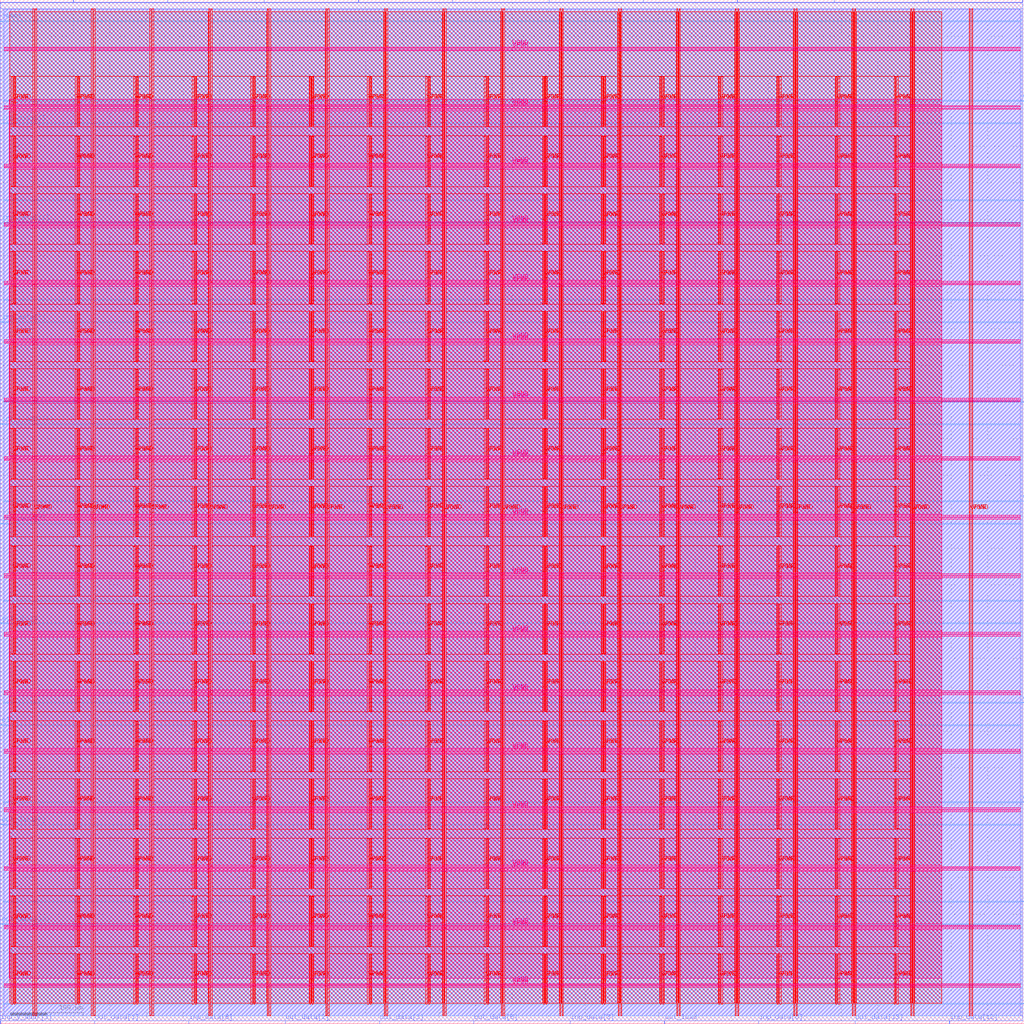
<source format=lef>
VERSION 5.7 ;
  NOWIREEXTENSIONATPIN ON ;
  DIVIDERCHAR "/" ;
  BUSBITCHARS "[]" ;
MACRO game_of_life
  CLASS BLOCK ;
  FOREIGN game_of_life ;
  ORIGIN 0.000 0.000 ;
  SIZE 1400.000 BY 1400.000 ;
  PIN VGND
    DIRECTION INOUT ;
    USE GROUND ;
    PORT
      LAYER met4 ;
        RECT 48.020 10.640 49.620 1387.440 ;
    END
    PORT
      LAYER met4 ;
        RECT 128.020 10.640 129.620 1387.440 ;
    END
    PORT
      LAYER met4 ;
        RECT 208.020 10.640 209.620 1387.440 ;
    END
    PORT
      LAYER met4 ;
        RECT 288.020 10.640 289.620 1387.440 ;
    END
    PORT
      LAYER met4 ;
        RECT 368.020 10.640 369.620 1387.440 ;
    END
    PORT
      LAYER met4 ;
        RECT 448.020 10.640 449.620 1387.440 ;
    END
    PORT
      LAYER met4 ;
        RECT 528.020 10.640 529.620 1387.440 ;
    END
    PORT
      LAYER met4 ;
        RECT 608.020 10.640 609.620 1387.440 ;
    END
    PORT
      LAYER met4 ;
        RECT 688.020 10.640 689.620 1387.440 ;
    END
    PORT
      LAYER met4 ;
        RECT 768.020 10.640 769.620 1387.440 ;
    END
    PORT
      LAYER met4 ;
        RECT 848.020 10.640 849.620 1387.440 ;
    END
    PORT
      LAYER met4 ;
        RECT 928.020 10.640 929.620 1387.440 ;
    END
    PORT
      LAYER met4 ;
        RECT 1008.020 10.640 1009.620 1387.440 ;
    END
    PORT
      LAYER met4 ;
        RECT 1088.020 10.640 1089.620 1387.440 ;
    END
    PORT
      LAYER met4 ;
        RECT 1168.020 10.640 1169.620 1387.440 ;
    END
    PORT
      LAYER met4 ;
        RECT 1248.020 10.640 1249.620 1387.440 ;
    END
    PORT
      LAYER met4 ;
        RECT 1328.020 10.640 1329.620 1387.440 ;
    END
    PORT
      LAYER met5 ;
        RECT 5.280 53.380 1394.500 54.980 ;
    END
    PORT
      LAYER met5 ;
        RECT 5.280 133.380 1394.500 134.980 ;
    END
    PORT
      LAYER met5 ;
        RECT 5.280 213.380 1394.500 214.980 ;
    END
    PORT
      LAYER met5 ;
        RECT 5.280 293.380 1394.500 294.980 ;
    END
    PORT
      LAYER met5 ;
        RECT 5.280 373.380 1394.500 374.980 ;
    END
    PORT
      LAYER met5 ;
        RECT 5.280 453.380 1394.500 454.980 ;
    END
    PORT
      LAYER met5 ;
        RECT 5.280 533.380 1394.500 534.980 ;
    END
    PORT
      LAYER met5 ;
        RECT 5.280 613.380 1394.500 614.980 ;
    END
    PORT
      LAYER met5 ;
        RECT 5.280 693.380 1394.500 694.980 ;
    END
    PORT
      LAYER met5 ;
        RECT 5.280 773.380 1394.500 774.980 ;
    END
    PORT
      LAYER met5 ;
        RECT 5.280 853.380 1394.500 854.980 ;
    END
    PORT
      LAYER met5 ;
        RECT 5.280 933.380 1394.500 934.980 ;
    END
    PORT
      LAYER met5 ;
        RECT 5.280 1013.380 1394.500 1014.980 ;
    END
    PORT
      LAYER met5 ;
        RECT 5.280 1093.380 1394.500 1094.980 ;
    END
    PORT
      LAYER met5 ;
        RECT 5.280 1173.380 1394.500 1174.980 ;
    END
    PORT
      LAYER met5 ;
        RECT 5.280 1253.380 1394.500 1254.980 ;
    END
    PORT
      LAYER met5 ;
        RECT 5.280 1333.380 1394.500 1334.980 ;
    END
    PORT
      LAYER met4 ;
        RECT 18.980 26.960 20.580 95.440 ;
    END
    PORT
      LAYER met4 ;
        RECT 106.380 105.840 107.980 174.320 ;
    END
    PORT
      LAYER met4 ;
        RECT 186.420 184.720 188.020 253.200 ;
    END
    PORT
      LAYER met4 ;
        RECT 266.460 266.320 268.060 334.800 ;
    END
    PORT
      LAYER met4 ;
        RECT 346.500 345.200 348.100 413.680 ;
    END
    PORT
      LAYER met4 ;
        RECT 426.540 426.800 428.140 495.280 ;
    END
    PORT
      LAYER met4 ;
        RECT 505.660 505.680 507.260 574.160 ;
    END
    PORT
      LAYER met4 ;
        RECT 585.700 584.560 587.300 653.040 ;
    END
    PORT
      LAYER met4 ;
        RECT 665.740 666.160 667.340 734.640 ;
    END
    PORT
      LAYER met4 ;
        RECT 745.780 745.040 747.380 813.520 ;
    END
    PORT
      LAYER met4 ;
        RECT 825.820 826.640 827.420 895.120 ;
    END
    PORT
      LAYER met4 ;
        RECT 905.860 905.520 907.460 974.000 ;
    END
    PORT
      LAYER met4 ;
        RECT 985.900 984.400 987.500 1055.600 ;
    END
    PORT
      LAYER met4 ;
        RECT 1065.940 1066.000 1067.540 1134.480 ;
    END
    PORT
      LAYER met4 ;
        RECT 1145.980 1144.880 1147.580 1213.360 ;
    END
    PORT
      LAYER met4 ;
        RECT 1226.020 1226.480 1227.620 1294.960 ;
    END
    PORT
      LAYER met4 ;
        RECT 18.980 105.840 20.580 174.320 ;
    END
    PORT
      LAYER met4 ;
        RECT 106.380 26.960 107.980 95.440 ;
    END
    PORT
      LAYER met4 ;
        RECT 186.420 266.320 188.020 334.800 ;
    END
    PORT
      LAYER met4 ;
        RECT 266.460 184.720 268.060 253.200 ;
    END
    PORT
      LAYER met4 ;
        RECT 346.500 426.800 348.100 495.280 ;
    END
    PORT
      LAYER met4 ;
        RECT 426.540 345.200 428.140 413.680 ;
    END
    PORT
      LAYER met4 ;
        RECT 505.660 584.560 507.260 653.040 ;
    END
    PORT
      LAYER met4 ;
        RECT 585.700 505.680 587.300 574.160 ;
    END
    PORT
      LAYER met4 ;
        RECT 665.740 745.040 667.340 813.520 ;
    END
    PORT
      LAYER met4 ;
        RECT 745.780 666.160 747.380 734.640 ;
    END
    PORT
      LAYER met4 ;
        RECT 825.820 905.520 827.420 974.000 ;
    END
    PORT
      LAYER met4 ;
        RECT 905.860 826.640 907.460 895.120 ;
    END
    PORT
      LAYER met4 ;
        RECT 985.900 1066.000 987.500 1134.480 ;
    END
    PORT
      LAYER met4 ;
        RECT 1065.940 984.400 1067.540 1055.600 ;
    END
    PORT
      LAYER met4 ;
        RECT 1145.980 1226.480 1147.580 1294.960 ;
    END
    PORT
      LAYER met4 ;
        RECT 1226.020 1144.880 1227.620 1213.360 ;
    END
    PORT
      LAYER met4 ;
        RECT 18.980 184.720 20.580 253.200 ;
    END
    PORT
      LAYER met4 ;
        RECT 106.380 266.320 107.980 334.800 ;
    END
    PORT
      LAYER met4 ;
        RECT 186.420 26.960 188.020 95.440 ;
    END
    PORT
      LAYER met4 ;
        RECT 266.460 105.840 268.060 174.320 ;
    END
    PORT
      LAYER met4 ;
        RECT 346.500 505.680 348.100 574.160 ;
    END
    PORT
      LAYER met4 ;
        RECT 426.540 584.560 428.140 653.040 ;
    END
    PORT
      LAYER met4 ;
        RECT 505.660 345.200 507.260 413.680 ;
    END
    PORT
      LAYER met4 ;
        RECT 585.700 426.800 587.300 495.280 ;
    END
    PORT
      LAYER met4 ;
        RECT 665.740 826.640 667.340 895.120 ;
    END
    PORT
      LAYER met4 ;
        RECT 745.780 905.520 747.380 974.000 ;
    END
    PORT
      LAYER met4 ;
        RECT 825.820 666.160 827.420 734.640 ;
    END
    PORT
      LAYER met4 ;
        RECT 905.860 745.040 907.460 813.520 ;
    END
    PORT
      LAYER met4 ;
        RECT 985.900 1144.880 987.500 1213.360 ;
    END
    PORT
      LAYER met4 ;
        RECT 1065.940 1226.480 1067.540 1294.960 ;
    END
    PORT
      LAYER met4 ;
        RECT 1145.980 984.400 1147.580 1055.600 ;
    END
    PORT
      LAYER met4 ;
        RECT 1226.020 1066.000 1227.620 1134.480 ;
    END
    PORT
      LAYER met4 ;
        RECT 18.980 266.320 20.580 334.800 ;
    END
    PORT
      LAYER met4 ;
        RECT 106.380 184.720 107.980 253.200 ;
    END
    PORT
      LAYER met4 ;
        RECT 186.420 105.840 188.020 174.320 ;
    END
    PORT
      LAYER met4 ;
        RECT 266.460 26.960 268.060 95.440 ;
    END
    PORT
      LAYER met4 ;
        RECT 346.500 584.560 348.100 653.040 ;
    END
    PORT
      LAYER met4 ;
        RECT 426.540 505.680 428.140 574.160 ;
    END
    PORT
      LAYER met4 ;
        RECT 505.660 426.800 507.260 495.280 ;
    END
    PORT
      LAYER met4 ;
        RECT 585.700 345.200 587.300 413.680 ;
    END
    PORT
      LAYER met4 ;
        RECT 665.740 905.520 667.340 974.000 ;
    END
    PORT
      LAYER met4 ;
        RECT 745.780 826.640 747.380 895.120 ;
    END
    PORT
      LAYER met4 ;
        RECT 825.820 745.040 827.420 813.520 ;
    END
    PORT
      LAYER met4 ;
        RECT 905.860 666.160 907.460 734.640 ;
    END
    PORT
      LAYER met4 ;
        RECT 985.900 1226.480 987.500 1294.960 ;
    END
    PORT
      LAYER met4 ;
        RECT 1065.940 1144.880 1067.540 1213.360 ;
    END
    PORT
      LAYER met4 ;
        RECT 1145.980 1066.000 1147.580 1134.480 ;
    END
    PORT
      LAYER met4 ;
        RECT 1226.020 984.400 1227.620 1055.600 ;
    END
    PORT
      LAYER met4 ;
        RECT 18.980 345.200 20.580 413.680 ;
    END
    PORT
      LAYER met4 ;
        RECT 106.380 426.800 107.980 495.280 ;
    END
    PORT
      LAYER met4 ;
        RECT 186.420 505.680 188.020 574.160 ;
    END
    PORT
      LAYER met4 ;
        RECT 266.460 584.560 268.060 653.040 ;
    END
    PORT
      LAYER met4 ;
        RECT 346.500 26.960 348.100 95.440 ;
    END
    PORT
      LAYER met4 ;
        RECT 426.540 105.840 428.140 174.320 ;
    END
    PORT
      LAYER met4 ;
        RECT 505.660 184.720 507.260 253.200 ;
    END
    PORT
      LAYER met4 ;
        RECT 585.700 266.320 587.300 334.800 ;
    END
    PORT
      LAYER met4 ;
        RECT 665.740 984.400 667.340 1055.600 ;
    END
    PORT
      LAYER met4 ;
        RECT 745.780 1066.000 747.380 1134.480 ;
    END
    PORT
      LAYER met4 ;
        RECT 825.820 1144.880 827.420 1213.360 ;
    END
    PORT
      LAYER met4 ;
        RECT 905.860 1226.480 907.460 1294.960 ;
    END
    PORT
      LAYER met4 ;
        RECT 985.900 666.160 987.500 734.640 ;
    END
    PORT
      LAYER met4 ;
        RECT 1065.940 745.040 1067.540 813.520 ;
    END
    PORT
      LAYER met4 ;
        RECT 1145.980 826.640 1147.580 895.120 ;
    END
    PORT
      LAYER met4 ;
        RECT 1226.020 905.520 1227.620 974.000 ;
    END
    PORT
      LAYER met4 ;
        RECT 18.980 426.800 20.580 495.280 ;
    END
    PORT
      LAYER met4 ;
        RECT 106.380 345.200 107.980 413.680 ;
    END
    PORT
      LAYER met4 ;
        RECT 186.420 584.560 188.020 653.040 ;
    END
    PORT
      LAYER met4 ;
        RECT 266.460 505.680 268.060 574.160 ;
    END
    PORT
      LAYER met4 ;
        RECT 346.500 105.840 348.100 174.320 ;
    END
    PORT
      LAYER met4 ;
        RECT 426.540 26.960 428.140 95.440 ;
    END
    PORT
      LAYER met4 ;
        RECT 505.660 266.320 507.260 334.800 ;
    END
    PORT
      LAYER met4 ;
        RECT 585.700 184.720 587.300 253.200 ;
    END
    PORT
      LAYER met4 ;
        RECT 665.740 1066.000 667.340 1134.480 ;
    END
    PORT
      LAYER met4 ;
        RECT 745.780 984.400 747.380 1055.600 ;
    END
    PORT
      LAYER met4 ;
        RECT 825.820 1226.480 827.420 1294.960 ;
    END
    PORT
      LAYER met4 ;
        RECT 905.860 1144.880 907.460 1213.360 ;
    END
    PORT
      LAYER met4 ;
        RECT 985.900 745.040 987.500 813.520 ;
    END
    PORT
      LAYER met4 ;
        RECT 1065.940 666.160 1067.540 734.640 ;
    END
    PORT
      LAYER met4 ;
        RECT 1145.980 905.520 1147.580 974.000 ;
    END
    PORT
      LAYER met4 ;
        RECT 1226.020 826.640 1227.620 895.120 ;
    END
    PORT
      LAYER met4 ;
        RECT 18.980 505.680 20.580 574.160 ;
    END
    PORT
      LAYER met4 ;
        RECT 106.380 584.560 107.980 653.040 ;
    END
    PORT
      LAYER met4 ;
        RECT 186.420 345.200 188.020 413.680 ;
    END
    PORT
      LAYER met4 ;
        RECT 266.460 426.800 268.060 495.280 ;
    END
    PORT
      LAYER met4 ;
        RECT 346.500 184.720 348.100 253.200 ;
    END
    PORT
      LAYER met4 ;
        RECT 426.540 266.320 428.140 334.800 ;
    END
    PORT
      LAYER met4 ;
        RECT 505.660 26.960 507.260 95.440 ;
    END
    PORT
      LAYER met4 ;
        RECT 585.700 105.840 587.300 174.320 ;
    END
    PORT
      LAYER met4 ;
        RECT 665.740 1144.880 667.340 1213.360 ;
    END
    PORT
      LAYER met4 ;
        RECT 745.780 1226.480 747.380 1294.960 ;
    END
    PORT
      LAYER met4 ;
        RECT 825.820 984.400 827.420 1055.600 ;
    END
    PORT
      LAYER met4 ;
        RECT 905.860 1066.000 907.460 1134.480 ;
    END
    PORT
      LAYER met4 ;
        RECT 985.900 826.640 987.500 895.120 ;
    END
    PORT
      LAYER met4 ;
        RECT 1065.940 905.520 1067.540 974.000 ;
    END
    PORT
      LAYER met4 ;
        RECT 1145.980 666.160 1147.580 734.640 ;
    END
    PORT
      LAYER met4 ;
        RECT 1226.020 745.040 1227.620 813.520 ;
    END
    PORT
      LAYER met4 ;
        RECT 18.980 584.560 20.580 653.040 ;
    END
    PORT
      LAYER met4 ;
        RECT 106.380 505.680 107.980 574.160 ;
    END
    PORT
      LAYER met4 ;
        RECT 186.420 426.800 188.020 495.280 ;
    END
    PORT
      LAYER met4 ;
        RECT 266.460 345.200 268.060 413.680 ;
    END
    PORT
      LAYER met4 ;
        RECT 346.500 266.320 348.100 334.800 ;
    END
    PORT
      LAYER met4 ;
        RECT 426.540 184.720 428.140 253.200 ;
    END
    PORT
      LAYER met4 ;
        RECT 505.660 105.840 507.260 174.320 ;
    END
    PORT
      LAYER met4 ;
        RECT 585.700 26.960 587.300 95.440 ;
    END
    PORT
      LAYER met4 ;
        RECT 665.740 1226.480 667.340 1294.960 ;
    END
    PORT
      LAYER met4 ;
        RECT 745.780 1144.880 747.380 1213.360 ;
    END
    PORT
      LAYER met4 ;
        RECT 825.820 1066.000 827.420 1134.480 ;
    END
    PORT
      LAYER met4 ;
        RECT 905.860 984.400 907.460 1055.600 ;
    END
    PORT
      LAYER met4 ;
        RECT 985.900 905.520 987.500 974.000 ;
    END
    PORT
      LAYER met4 ;
        RECT 1065.940 826.640 1067.540 895.120 ;
    END
    PORT
      LAYER met4 ;
        RECT 1145.980 745.040 1147.580 813.520 ;
    END
    PORT
      LAYER met4 ;
        RECT 1226.020 666.160 1227.620 734.640 ;
    END
    PORT
      LAYER met4 ;
        RECT 18.980 666.160 20.580 734.640 ;
    END
    PORT
      LAYER met4 ;
        RECT 106.380 745.040 107.980 813.520 ;
    END
    PORT
      LAYER met4 ;
        RECT 186.420 826.640 188.020 895.120 ;
    END
    PORT
      LAYER met4 ;
        RECT 266.460 905.520 268.060 974.000 ;
    END
    PORT
      LAYER met4 ;
        RECT 346.500 984.400 348.100 1055.600 ;
    END
    PORT
      LAYER met4 ;
        RECT 426.540 1066.000 428.140 1134.480 ;
    END
    PORT
      LAYER met4 ;
        RECT 505.660 1144.880 507.260 1213.360 ;
    END
    PORT
      LAYER met4 ;
        RECT 585.700 1226.480 587.300 1294.960 ;
    END
    PORT
      LAYER met4 ;
        RECT 665.740 26.960 667.340 95.440 ;
    END
    PORT
      LAYER met4 ;
        RECT 745.780 105.840 747.380 174.320 ;
    END
    PORT
      LAYER met4 ;
        RECT 825.820 184.720 827.420 253.200 ;
    END
    PORT
      LAYER met4 ;
        RECT 905.860 266.320 907.460 334.800 ;
    END
    PORT
      LAYER met4 ;
        RECT 985.900 345.200 987.500 413.680 ;
    END
    PORT
      LAYER met4 ;
        RECT 1065.940 426.800 1067.540 495.280 ;
    END
    PORT
      LAYER met4 ;
        RECT 1145.980 505.680 1147.580 574.160 ;
    END
    PORT
      LAYER met4 ;
        RECT 1226.020 584.560 1227.620 653.040 ;
    END
    PORT
      LAYER met4 ;
        RECT 18.980 745.040 20.580 813.520 ;
    END
    PORT
      LAYER met4 ;
        RECT 106.380 666.160 107.980 734.640 ;
    END
    PORT
      LAYER met4 ;
        RECT 186.420 905.520 188.020 974.000 ;
    END
    PORT
      LAYER met4 ;
        RECT 266.460 826.640 268.060 895.120 ;
    END
    PORT
      LAYER met4 ;
        RECT 346.500 1066.000 348.100 1134.480 ;
    END
    PORT
      LAYER met4 ;
        RECT 426.540 984.400 428.140 1055.600 ;
    END
    PORT
      LAYER met4 ;
        RECT 505.660 1226.480 507.260 1294.960 ;
    END
    PORT
      LAYER met4 ;
        RECT 585.700 1144.880 587.300 1213.360 ;
    END
    PORT
      LAYER met4 ;
        RECT 665.740 105.840 667.340 174.320 ;
    END
    PORT
      LAYER met4 ;
        RECT 745.780 26.960 747.380 95.440 ;
    END
    PORT
      LAYER met4 ;
        RECT 825.820 266.320 827.420 334.800 ;
    END
    PORT
      LAYER met4 ;
        RECT 905.860 184.720 907.460 253.200 ;
    END
    PORT
      LAYER met4 ;
        RECT 985.900 426.800 987.500 495.280 ;
    END
    PORT
      LAYER met4 ;
        RECT 1065.940 345.200 1067.540 413.680 ;
    END
    PORT
      LAYER met4 ;
        RECT 1145.980 584.560 1147.580 653.040 ;
    END
    PORT
      LAYER met4 ;
        RECT 1226.020 505.680 1227.620 574.160 ;
    END
    PORT
      LAYER met4 ;
        RECT 18.980 826.640 20.580 895.120 ;
    END
    PORT
      LAYER met4 ;
        RECT 106.380 905.520 107.980 974.000 ;
    END
    PORT
      LAYER met4 ;
        RECT 186.420 666.160 188.020 734.640 ;
    END
    PORT
      LAYER met4 ;
        RECT 266.460 745.040 268.060 813.520 ;
    END
    PORT
      LAYER met4 ;
        RECT 346.500 1144.880 348.100 1213.360 ;
    END
    PORT
      LAYER met4 ;
        RECT 426.540 1226.480 428.140 1294.960 ;
    END
    PORT
      LAYER met4 ;
        RECT 505.660 984.400 507.260 1055.600 ;
    END
    PORT
      LAYER met4 ;
        RECT 585.700 1066.000 587.300 1134.480 ;
    END
    PORT
      LAYER met4 ;
        RECT 665.740 184.720 667.340 253.200 ;
    END
    PORT
      LAYER met4 ;
        RECT 745.780 266.320 747.380 334.800 ;
    END
    PORT
      LAYER met4 ;
        RECT 825.820 26.960 827.420 95.440 ;
    END
    PORT
      LAYER met4 ;
        RECT 905.860 105.840 907.460 174.320 ;
    END
    PORT
      LAYER met4 ;
        RECT 985.900 505.680 987.500 574.160 ;
    END
    PORT
      LAYER met4 ;
        RECT 1065.940 584.560 1067.540 653.040 ;
    END
    PORT
      LAYER met4 ;
        RECT 1145.980 345.200 1147.580 413.680 ;
    END
    PORT
      LAYER met4 ;
        RECT 1226.020 426.800 1227.620 495.280 ;
    END
    PORT
      LAYER met4 ;
        RECT 18.980 905.520 20.580 974.000 ;
    END
    PORT
      LAYER met4 ;
        RECT 106.380 826.640 107.980 895.120 ;
    END
    PORT
      LAYER met4 ;
        RECT 186.420 745.040 188.020 813.520 ;
    END
    PORT
      LAYER met4 ;
        RECT 266.460 666.160 268.060 734.640 ;
    END
    PORT
      LAYER met4 ;
        RECT 346.500 1226.480 348.100 1294.960 ;
    END
    PORT
      LAYER met4 ;
        RECT 426.540 1144.880 428.140 1213.360 ;
    END
    PORT
      LAYER met4 ;
        RECT 505.660 1066.000 507.260 1134.480 ;
    END
    PORT
      LAYER met4 ;
        RECT 585.700 984.400 587.300 1055.600 ;
    END
    PORT
      LAYER met4 ;
        RECT 665.740 266.320 667.340 334.800 ;
    END
    PORT
      LAYER met4 ;
        RECT 745.780 184.720 747.380 253.200 ;
    END
    PORT
      LAYER met4 ;
        RECT 825.820 105.840 827.420 174.320 ;
    END
    PORT
      LAYER met4 ;
        RECT 905.860 26.960 907.460 95.440 ;
    END
    PORT
      LAYER met4 ;
        RECT 985.900 584.560 987.500 653.040 ;
    END
    PORT
      LAYER met4 ;
        RECT 1065.940 505.680 1067.540 574.160 ;
    END
    PORT
      LAYER met4 ;
        RECT 1145.980 426.800 1147.580 495.280 ;
    END
    PORT
      LAYER met4 ;
        RECT 1226.020 345.200 1227.620 413.680 ;
    END
    PORT
      LAYER met4 ;
        RECT 18.980 984.400 20.580 1055.600 ;
    END
    PORT
      LAYER met4 ;
        RECT 106.380 1066.000 107.980 1134.480 ;
    END
    PORT
      LAYER met4 ;
        RECT 186.420 1144.880 188.020 1213.360 ;
    END
    PORT
      LAYER met4 ;
        RECT 266.460 1226.480 268.060 1294.960 ;
    END
    PORT
      LAYER met4 ;
        RECT 346.500 666.160 348.100 734.640 ;
    END
    PORT
      LAYER met4 ;
        RECT 426.540 745.040 428.140 813.520 ;
    END
    PORT
      LAYER met4 ;
        RECT 505.660 826.640 507.260 895.120 ;
    END
    PORT
      LAYER met4 ;
        RECT 585.700 905.520 587.300 974.000 ;
    END
    PORT
      LAYER met4 ;
        RECT 665.740 345.200 667.340 413.680 ;
    END
    PORT
      LAYER met4 ;
        RECT 745.780 426.800 747.380 495.280 ;
    END
    PORT
      LAYER met4 ;
        RECT 825.820 505.680 827.420 574.160 ;
    END
    PORT
      LAYER met4 ;
        RECT 905.860 584.560 907.460 653.040 ;
    END
    PORT
      LAYER met4 ;
        RECT 985.900 26.960 987.500 95.440 ;
    END
    PORT
      LAYER met4 ;
        RECT 1065.940 105.840 1067.540 174.320 ;
    END
    PORT
      LAYER met4 ;
        RECT 1145.980 184.720 1147.580 253.200 ;
    END
    PORT
      LAYER met4 ;
        RECT 1226.020 266.320 1227.620 334.800 ;
    END
    PORT
      LAYER met4 ;
        RECT 18.980 1066.000 20.580 1134.480 ;
    END
    PORT
      LAYER met4 ;
        RECT 106.380 984.400 107.980 1055.600 ;
    END
    PORT
      LAYER met4 ;
        RECT 186.420 1226.480 188.020 1294.960 ;
    END
    PORT
      LAYER met4 ;
        RECT 266.460 1144.880 268.060 1213.360 ;
    END
    PORT
      LAYER met4 ;
        RECT 346.500 745.040 348.100 813.520 ;
    END
    PORT
      LAYER met4 ;
        RECT 426.540 666.160 428.140 734.640 ;
    END
    PORT
      LAYER met4 ;
        RECT 505.660 905.520 507.260 974.000 ;
    END
    PORT
      LAYER met4 ;
        RECT 585.700 826.640 587.300 895.120 ;
    END
    PORT
      LAYER met4 ;
        RECT 665.740 426.800 667.340 495.280 ;
    END
    PORT
      LAYER met4 ;
        RECT 745.780 345.200 747.380 413.680 ;
    END
    PORT
      LAYER met4 ;
        RECT 825.820 584.560 827.420 653.040 ;
    END
    PORT
      LAYER met4 ;
        RECT 905.860 505.680 907.460 574.160 ;
    END
    PORT
      LAYER met4 ;
        RECT 985.900 105.840 987.500 174.320 ;
    END
    PORT
      LAYER met4 ;
        RECT 1065.940 26.960 1067.540 95.440 ;
    END
    PORT
      LAYER met4 ;
        RECT 1145.980 266.320 1147.580 334.800 ;
    END
    PORT
      LAYER met4 ;
        RECT 1226.020 184.720 1227.620 253.200 ;
    END
    PORT
      LAYER met4 ;
        RECT 18.980 1144.880 20.580 1213.360 ;
    END
    PORT
      LAYER met4 ;
        RECT 106.380 1226.480 107.980 1294.960 ;
    END
    PORT
      LAYER met4 ;
        RECT 186.420 984.400 188.020 1055.600 ;
    END
    PORT
      LAYER met4 ;
        RECT 266.460 1066.000 268.060 1134.480 ;
    END
    PORT
      LAYER met4 ;
        RECT 346.500 826.640 348.100 895.120 ;
    END
    PORT
      LAYER met4 ;
        RECT 426.540 905.520 428.140 974.000 ;
    END
    PORT
      LAYER met4 ;
        RECT 505.660 666.160 507.260 734.640 ;
    END
    PORT
      LAYER met4 ;
        RECT 585.700 745.040 587.300 813.520 ;
    END
    PORT
      LAYER met4 ;
        RECT 665.740 505.680 667.340 574.160 ;
    END
    PORT
      LAYER met4 ;
        RECT 745.780 584.560 747.380 653.040 ;
    END
    PORT
      LAYER met4 ;
        RECT 825.820 345.200 827.420 413.680 ;
    END
    PORT
      LAYER met4 ;
        RECT 905.860 426.800 907.460 495.280 ;
    END
    PORT
      LAYER met4 ;
        RECT 985.900 184.720 987.500 253.200 ;
    END
    PORT
      LAYER met4 ;
        RECT 1065.940 266.320 1067.540 334.800 ;
    END
    PORT
      LAYER met4 ;
        RECT 1145.980 26.960 1147.580 95.440 ;
    END
    PORT
      LAYER met4 ;
        RECT 1226.020 105.840 1227.620 174.320 ;
    END
    PORT
      LAYER met4 ;
        RECT 18.980 1226.480 20.580 1294.960 ;
    END
    PORT
      LAYER met4 ;
        RECT 106.380 1144.880 107.980 1213.360 ;
    END
    PORT
      LAYER met4 ;
        RECT 186.420 1066.000 188.020 1134.480 ;
    END
    PORT
      LAYER met4 ;
        RECT 266.460 984.400 268.060 1055.600 ;
    END
    PORT
      LAYER met4 ;
        RECT 346.500 905.520 348.100 974.000 ;
    END
    PORT
      LAYER met4 ;
        RECT 426.540 826.640 428.140 895.120 ;
    END
    PORT
      LAYER met4 ;
        RECT 505.660 745.040 507.260 813.520 ;
    END
    PORT
      LAYER met4 ;
        RECT 585.700 666.160 587.300 734.640 ;
    END
    PORT
      LAYER met4 ;
        RECT 665.740 584.560 667.340 653.040 ;
    END
    PORT
      LAYER met4 ;
        RECT 745.780 505.680 747.380 574.160 ;
    END
    PORT
      LAYER met4 ;
        RECT 825.820 426.800 827.420 495.280 ;
    END
    PORT
      LAYER met4 ;
        RECT 905.860 345.200 907.460 413.680 ;
    END
    PORT
      LAYER met4 ;
        RECT 985.900 266.320 987.500 334.800 ;
    END
    PORT
      LAYER met4 ;
        RECT 1065.940 184.720 1067.540 253.200 ;
    END
    PORT
      LAYER met4 ;
        RECT 1145.980 105.840 1147.580 174.320 ;
    END
    PORT
      LAYER met4 ;
        RECT 1226.020 26.960 1227.620 95.440 ;
    END
  END VGND
  PIN VPWR
    DIRECTION INOUT ;
    USE POWER ;
    PORT
      LAYER met4 ;
        RECT 44.720 10.640 46.320 1387.440 ;
    END
    PORT
      LAYER met4 ;
        RECT 124.720 10.640 126.320 1387.440 ;
    END
    PORT
      LAYER met4 ;
        RECT 204.720 10.640 206.320 1387.440 ;
    END
    PORT
      LAYER met4 ;
        RECT 284.720 10.640 286.320 1387.440 ;
    END
    PORT
      LAYER met4 ;
        RECT 364.720 10.640 366.320 1387.440 ;
    END
    PORT
      LAYER met4 ;
        RECT 444.720 10.640 446.320 1387.440 ;
    END
    PORT
      LAYER met4 ;
        RECT 524.720 10.640 526.320 1387.440 ;
    END
    PORT
      LAYER met4 ;
        RECT 604.720 10.640 606.320 1387.440 ;
    END
    PORT
      LAYER met4 ;
        RECT 684.720 10.640 686.320 1387.440 ;
    END
    PORT
      LAYER met4 ;
        RECT 764.720 10.640 766.320 1387.440 ;
    END
    PORT
      LAYER met4 ;
        RECT 844.720 10.640 846.320 1387.440 ;
    END
    PORT
      LAYER met4 ;
        RECT 924.720 10.640 926.320 1387.440 ;
    END
    PORT
      LAYER met4 ;
        RECT 1004.720 10.640 1006.320 1387.440 ;
    END
    PORT
      LAYER met4 ;
        RECT 1084.720 10.640 1086.320 1387.440 ;
    END
    PORT
      LAYER met4 ;
        RECT 1164.720 10.640 1166.320 1387.440 ;
    END
    PORT
      LAYER met4 ;
        RECT 1244.720 10.640 1246.320 1387.440 ;
    END
    PORT
      LAYER met4 ;
        RECT 1324.720 10.640 1326.320 1387.440 ;
    END
    PORT
      LAYER met5 ;
        RECT 5.280 50.080 1394.500 51.680 ;
    END
    PORT
      LAYER met5 ;
        RECT 5.280 130.080 1394.500 131.680 ;
    END
    PORT
      LAYER met5 ;
        RECT 5.280 210.080 1394.500 211.680 ;
    END
    PORT
      LAYER met5 ;
        RECT 5.280 290.080 1394.500 291.680 ;
    END
    PORT
      LAYER met5 ;
        RECT 5.280 370.080 1394.500 371.680 ;
    END
    PORT
      LAYER met5 ;
        RECT 5.280 450.080 1394.500 451.680 ;
    END
    PORT
      LAYER met5 ;
        RECT 5.280 530.080 1394.500 531.680 ;
    END
    PORT
      LAYER met5 ;
        RECT 5.280 610.080 1394.500 611.680 ;
    END
    PORT
      LAYER met5 ;
        RECT 5.280 690.080 1394.500 691.680 ;
    END
    PORT
      LAYER met5 ;
        RECT 5.280 770.080 1394.500 771.680 ;
    END
    PORT
      LAYER met5 ;
        RECT 5.280 850.080 1394.500 851.680 ;
    END
    PORT
      LAYER met5 ;
        RECT 5.280 930.080 1394.500 931.680 ;
    END
    PORT
      LAYER met5 ;
        RECT 5.280 1010.080 1394.500 1011.680 ;
    END
    PORT
      LAYER met5 ;
        RECT 5.280 1090.080 1394.500 1091.680 ;
    END
    PORT
      LAYER met5 ;
        RECT 5.280 1170.080 1394.500 1171.680 ;
    END
    PORT
      LAYER met5 ;
        RECT 5.280 1250.080 1394.500 1251.680 ;
    END
    PORT
      LAYER met5 ;
        RECT 5.280 1330.080 1394.500 1331.680 ;
    END
    PORT
      LAYER met4 ;
        RECT 15.300 26.960 16.900 95.440 ;
    END
    PORT
      LAYER met4 ;
        RECT 102.700 105.840 104.300 174.320 ;
    END
    PORT
      LAYER met4 ;
        RECT 182.740 184.720 184.340 253.200 ;
    END
    PORT
      LAYER met4 ;
        RECT 262.780 266.320 264.380 334.800 ;
    END
    PORT
      LAYER met4 ;
        RECT 342.820 345.200 344.420 413.680 ;
    END
    PORT
      LAYER met4 ;
        RECT 422.860 426.800 424.460 495.280 ;
    END
    PORT
      LAYER met4 ;
        RECT 501.980 505.680 503.580 574.160 ;
    END
    PORT
      LAYER met4 ;
        RECT 582.020 584.560 583.620 653.040 ;
    END
    PORT
      LAYER met4 ;
        RECT 662.060 666.160 663.660 734.640 ;
    END
    PORT
      LAYER met4 ;
        RECT 742.100 745.040 743.700 813.520 ;
    END
    PORT
      LAYER met4 ;
        RECT 822.140 826.640 823.740 895.120 ;
    END
    PORT
      LAYER met4 ;
        RECT 902.180 905.520 903.780 974.000 ;
    END
    PORT
      LAYER met4 ;
        RECT 982.220 984.400 983.820 1055.600 ;
    END
    PORT
      LAYER met4 ;
        RECT 1062.260 1066.000 1063.860 1134.480 ;
    END
    PORT
      LAYER met4 ;
        RECT 1142.300 1144.880 1143.900 1213.360 ;
    END
    PORT
      LAYER met4 ;
        RECT 1222.340 1226.480 1223.940 1294.960 ;
    END
    PORT
      LAYER met4 ;
        RECT 15.300 105.840 16.900 174.320 ;
    END
    PORT
      LAYER met4 ;
        RECT 102.700 26.960 104.300 95.440 ;
    END
    PORT
      LAYER met4 ;
        RECT 182.740 266.320 184.340 334.800 ;
    END
    PORT
      LAYER met4 ;
        RECT 262.780 184.720 264.380 253.200 ;
    END
    PORT
      LAYER met4 ;
        RECT 342.820 426.800 344.420 495.280 ;
    END
    PORT
      LAYER met4 ;
        RECT 422.860 345.200 424.460 413.680 ;
    END
    PORT
      LAYER met4 ;
        RECT 501.980 584.560 503.580 653.040 ;
    END
    PORT
      LAYER met4 ;
        RECT 582.020 505.680 583.620 574.160 ;
    END
    PORT
      LAYER met4 ;
        RECT 662.060 745.040 663.660 813.520 ;
    END
    PORT
      LAYER met4 ;
        RECT 742.100 666.160 743.700 734.640 ;
    END
    PORT
      LAYER met4 ;
        RECT 822.140 905.520 823.740 974.000 ;
    END
    PORT
      LAYER met4 ;
        RECT 902.180 826.640 903.780 895.120 ;
    END
    PORT
      LAYER met4 ;
        RECT 982.220 1066.000 983.820 1134.480 ;
    END
    PORT
      LAYER met4 ;
        RECT 1062.260 984.400 1063.860 1055.600 ;
    END
    PORT
      LAYER met4 ;
        RECT 1142.300 1226.480 1143.900 1294.960 ;
    END
    PORT
      LAYER met4 ;
        RECT 1222.340 1144.880 1223.940 1213.360 ;
    END
    PORT
      LAYER met4 ;
        RECT 15.300 184.720 16.900 253.200 ;
    END
    PORT
      LAYER met4 ;
        RECT 102.700 266.320 104.300 334.800 ;
    END
    PORT
      LAYER met4 ;
        RECT 182.740 26.960 184.340 95.440 ;
    END
    PORT
      LAYER met4 ;
        RECT 262.780 105.840 264.380 174.320 ;
    END
    PORT
      LAYER met4 ;
        RECT 342.820 505.680 344.420 574.160 ;
    END
    PORT
      LAYER met4 ;
        RECT 422.860 584.560 424.460 653.040 ;
    END
    PORT
      LAYER met4 ;
        RECT 501.980 345.200 503.580 413.680 ;
    END
    PORT
      LAYER met4 ;
        RECT 582.020 426.800 583.620 495.280 ;
    END
    PORT
      LAYER met4 ;
        RECT 662.060 826.640 663.660 895.120 ;
    END
    PORT
      LAYER met4 ;
        RECT 742.100 905.520 743.700 974.000 ;
    END
    PORT
      LAYER met4 ;
        RECT 822.140 666.160 823.740 734.640 ;
    END
    PORT
      LAYER met4 ;
        RECT 902.180 745.040 903.780 813.520 ;
    END
    PORT
      LAYER met4 ;
        RECT 982.220 1144.880 983.820 1213.360 ;
    END
    PORT
      LAYER met4 ;
        RECT 1062.260 1226.480 1063.860 1294.960 ;
    END
    PORT
      LAYER met4 ;
        RECT 1142.300 984.400 1143.900 1055.600 ;
    END
    PORT
      LAYER met4 ;
        RECT 1222.340 1066.000 1223.940 1134.480 ;
    END
    PORT
      LAYER met4 ;
        RECT 15.300 266.320 16.900 334.800 ;
    END
    PORT
      LAYER met4 ;
        RECT 102.700 184.720 104.300 253.200 ;
    END
    PORT
      LAYER met4 ;
        RECT 182.740 105.840 184.340 174.320 ;
    END
    PORT
      LAYER met4 ;
        RECT 262.780 26.960 264.380 95.440 ;
    END
    PORT
      LAYER met4 ;
        RECT 342.820 584.560 344.420 653.040 ;
    END
    PORT
      LAYER met4 ;
        RECT 422.860 505.680 424.460 574.160 ;
    END
    PORT
      LAYER met4 ;
        RECT 501.980 426.800 503.580 495.280 ;
    END
    PORT
      LAYER met4 ;
        RECT 582.020 345.200 583.620 413.680 ;
    END
    PORT
      LAYER met4 ;
        RECT 662.060 905.520 663.660 974.000 ;
    END
    PORT
      LAYER met4 ;
        RECT 742.100 826.640 743.700 895.120 ;
    END
    PORT
      LAYER met4 ;
        RECT 822.140 745.040 823.740 813.520 ;
    END
    PORT
      LAYER met4 ;
        RECT 902.180 666.160 903.780 734.640 ;
    END
    PORT
      LAYER met4 ;
        RECT 982.220 1226.480 983.820 1294.960 ;
    END
    PORT
      LAYER met4 ;
        RECT 1062.260 1144.880 1063.860 1213.360 ;
    END
    PORT
      LAYER met4 ;
        RECT 1142.300 1066.000 1143.900 1134.480 ;
    END
    PORT
      LAYER met4 ;
        RECT 1222.340 984.400 1223.940 1055.600 ;
    END
    PORT
      LAYER met4 ;
        RECT 15.300 345.200 16.900 413.680 ;
    END
    PORT
      LAYER met4 ;
        RECT 102.700 426.800 104.300 495.280 ;
    END
    PORT
      LAYER met4 ;
        RECT 182.740 505.680 184.340 574.160 ;
    END
    PORT
      LAYER met4 ;
        RECT 262.780 584.560 264.380 653.040 ;
    END
    PORT
      LAYER met4 ;
        RECT 342.820 26.960 344.420 95.440 ;
    END
    PORT
      LAYER met4 ;
        RECT 422.860 105.840 424.460 174.320 ;
    END
    PORT
      LAYER met4 ;
        RECT 501.980 184.720 503.580 253.200 ;
    END
    PORT
      LAYER met4 ;
        RECT 582.020 266.320 583.620 334.800 ;
    END
    PORT
      LAYER met4 ;
        RECT 662.060 984.400 663.660 1055.600 ;
    END
    PORT
      LAYER met4 ;
        RECT 742.100 1066.000 743.700 1134.480 ;
    END
    PORT
      LAYER met4 ;
        RECT 822.140 1144.880 823.740 1213.360 ;
    END
    PORT
      LAYER met4 ;
        RECT 902.180 1226.480 903.780 1294.960 ;
    END
    PORT
      LAYER met4 ;
        RECT 982.220 666.160 983.820 734.640 ;
    END
    PORT
      LAYER met4 ;
        RECT 1062.260 745.040 1063.860 813.520 ;
    END
    PORT
      LAYER met4 ;
        RECT 1142.300 826.640 1143.900 895.120 ;
    END
    PORT
      LAYER met4 ;
        RECT 1222.340 905.520 1223.940 974.000 ;
    END
    PORT
      LAYER met4 ;
        RECT 15.300 426.800 16.900 495.280 ;
    END
    PORT
      LAYER met4 ;
        RECT 102.700 345.200 104.300 413.680 ;
    END
    PORT
      LAYER met4 ;
        RECT 182.740 584.560 184.340 653.040 ;
    END
    PORT
      LAYER met4 ;
        RECT 262.780 505.680 264.380 574.160 ;
    END
    PORT
      LAYER met4 ;
        RECT 342.820 105.840 344.420 174.320 ;
    END
    PORT
      LAYER met4 ;
        RECT 422.860 26.960 424.460 95.440 ;
    END
    PORT
      LAYER met4 ;
        RECT 501.980 266.320 503.580 334.800 ;
    END
    PORT
      LAYER met4 ;
        RECT 582.020 184.720 583.620 253.200 ;
    END
    PORT
      LAYER met4 ;
        RECT 662.060 1066.000 663.660 1134.480 ;
    END
    PORT
      LAYER met4 ;
        RECT 742.100 984.400 743.700 1055.600 ;
    END
    PORT
      LAYER met4 ;
        RECT 822.140 1226.480 823.740 1294.960 ;
    END
    PORT
      LAYER met4 ;
        RECT 902.180 1144.880 903.780 1213.360 ;
    END
    PORT
      LAYER met4 ;
        RECT 982.220 745.040 983.820 813.520 ;
    END
    PORT
      LAYER met4 ;
        RECT 1062.260 666.160 1063.860 734.640 ;
    END
    PORT
      LAYER met4 ;
        RECT 1142.300 905.520 1143.900 974.000 ;
    END
    PORT
      LAYER met4 ;
        RECT 1222.340 826.640 1223.940 895.120 ;
    END
    PORT
      LAYER met4 ;
        RECT 15.300 505.680 16.900 574.160 ;
    END
    PORT
      LAYER met4 ;
        RECT 102.700 584.560 104.300 653.040 ;
    END
    PORT
      LAYER met4 ;
        RECT 182.740 345.200 184.340 413.680 ;
    END
    PORT
      LAYER met4 ;
        RECT 262.780 426.800 264.380 495.280 ;
    END
    PORT
      LAYER met4 ;
        RECT 342.820 184.720 344.420 253.200 ;
    END
    PORT
      LAYER met4 ;
        RECT 422.860 266.320 424.460 334.800 ;
    END
    PORT
      LAYER met4 ;
        RECT 501.980 26.960 503.580 95.440 ;
    END
    PORT
      LAYER met4 ;
        RECT 582.020 105.840 583.620 174.320 ;
    END
    PORT
      LAYER met4 ;
        RECT 662.060 1144.880 663.660 1213.360 ;
    END
    PORT
      LAYER met4 ;
        RECT 742.100 1226.480 743.700 1294.960 ;
    END
    PORT
      LAYER met4 ;
        RECT 822.140 984.400 823.740 1055.600 ;
    END
    PORT
      LAYER met4 ;
        RECT 902.180 1066.000 903.780 1134.480 ;
    END
    PORT
      LAYER met4 ;
        RECT 982.220 826.640 983.820 895.120 ;
    END
    PORT
      LAYER met4 ;
        RECT 1062.260 905.520 1063.860 974.000 ;
    END
    PORT
      LAYER met4 ;
        RECT 1142.300 666.160 1143.900 734.640 ;
    END
    PORT
      LAYER met4 ;
        RECT 1222.340 745.040 1223.940 813.520 ;
    END
    PORT
      LAYER met4 ;
        RECT 15.300 584.560 16.900 653.040 ;
    END
    PORT
      LAYER met4 ;
        RECT 102.700 505.680 104.300 574.160 ;
    END
    PORT
      LAYER met4 ;
        RECT 182.740 426.800 184.340 495.280 ;
    END
    PORT
      LAYER met4 ;
        RECT 262.780 345.200 264.380 413.680 ;
    END
    PORT
      LAYER met4 ;
        RECT 342.820 266.320 344.420 334.800 ;
    END
    PORT
      LAYER met4 ;
        RECT 422.860 184.720 424.460 253.200 ;
    END
    PORT
      LAYER met4 ;
        RECT 501.980 105.840 503.580 174.320 ;
    END
    PORT
      LAYER met4 ;
        RECT 582.020 26.960 583.620 95.440 ;
    END
    PORT
      LAYER met4 ;
        RECT 662.060 1226.480 663.660 1294.960 ;
    END
    PORT
      LAYER met4 ;
        RECT 742.100 1144.880 743.700 1213.360 ;
    END
    PORT
      LAYER met4 ;
        RECT 822.140 1066.000 823.740 1134.480 ;
    END
    PORT
      LAYER met4 ;
        RECT 902.180 984.400 903.780 1055.600 ;
    END
    PORT
      LAYER met4 ;
        RECT 982.220 905.520 983.820 974.000 ;
    END
    PORT
      LAYER met4 ;
        RECT 1062.260 826.640 1063.860 895.120 ;
    END
    PORT
      LAYER met4 ;
        RECT 1142.300 745.040 1143.900 813.520 ;
    END
    PORT
      LAYER met4 ;
        RECT 1222.340 666.160 1223.940 734.640 ;
    END
    PORT
      LAYER met4 ;
        RECT 15.300 666.160 16.900 734.640 ;
    END
    PORT
      LAYER met4 ;
        RECT 102.700 745.040 104.300 813.520 ;
    END
    PORT
      LAYER met4 ;
        RECT 182.740 826.640 184.340 895.120 ;
    END
    PORT
      LAYER met4 ;
        RECT 262.780 905.520 264.380 974.000 ;
    END
    PORT
      LAYER met4 ;
        RECT 342.820 984.400 344.420 1055.600 ;
    END
    PORT
      LAYER met4 ;
        RECT 422.860 1066.000 424.460 1134.480 ;
    END
    PORT
      LAYER met4 ;
        RECT 501.980 1144.880 503.580 1213.360 ;
    END
    PORT
      LAYER met4 ;
        RECT 582.020 1226.480 583.620 1294.960 ;
    END
    PORT
      LAYER met4 ;
        RECT 662.060 26.960 663.660 95.440 ;
    END
    PORT
      LAYER met4 ;
        RECT 742.100 105.840 743.700 174.320 ;
    END
    PORT
      LAYER met4 ;
        RECT 822.140 184.720 823.740 253.200 ;
    END
    PORT
      LAYER met4 ;
        RECT 902.180 266.320 903.780 334.800 ;
    END
    PORT
      LAYER met4 ;
        RECT 982.220 345.200 983.820 413.680 ;
    END
    PORT
      LAYER met4 ;
        RECT 1062.260 426.800 1063.860 495.280 ;
    END
    PORT
      LAYER met4 ;
        RECT 1142.300 505.680 1143.900 574.160 ;
    END
    PORT
      LAYER met4 ;
        RECT 1222.340 584.560 1223.940 653.040 ;
    END
    PORT
      LAYER met4 ;
        RECT 15.300 745.040 16.900 813.520 ;
    END
    PORT
      LAYER met4 ;
        RECT 102.700 666.160 104.300 734.640 ;
    END
    PORT
      LAYER met4 ;
        RECT 182.740 905.520 184.340 974.000 ;
    END
    PORT
      LAYER met4 ;
        RECT 262.780 826.640 264.380 895.120 ;
    END
    PORT
      LAYER met4 ;
        RECT 342.820 1066.000 344.420 1134.480 ;
    END
    PORT
      LAYER met4 ;
        RECT 422.860 984.400 424.460 1055.600 ;
    END
    PORT
      LAYER met4 ;
        RECT 501.980 1226.480 503.580 1294.960 ;
    END
    PORT
      LAYER met4 ;
        RECT 582.020 1144.880 583.620 1213.360 ;
    END
    PORT
      LAYER met4 ;
        RECT 662.060 105.840 663.660 174.320 ;
    END
    PORT
      LAYER met4 ;
        RECT 742.100 26.960 743.700 95.440 ;
    END
    PORT
      LAYER met4 ;
        RECT 822.140 266.320 823.740 334.800 ;
    END
    PORT
      LAYER met4 ;
        RECT 902.180 184.720 903.780 253.200 ;
    END
    PORT
      LAYER met4 ;
        RECT 982.220 426.800 983.820 495.280 ;
    END
    PORT
      LAYER met4 ;
        RECT 1062.260 345.200 1063.860 413.680 ;
    END
    PORT
      LAYER met4 ;
        RECT 1142.300 584.560 1143.900 653.040 ;
    END
    PORT
      LAYER met4 ;
        RECT 1222.340 505.680 1223.940 574.160 ;
    END
    PORT
      LAYER met4 ;
        RECT 15.300 826.640 16.900 895.120 ;
    END
    PORT
      LAYER met4 ;
        RECT 102.700 905.520 104.300 974.000 ;
    END
    PORT
      LAYER met4 ;
        RECT 182.740 666.160 184.340 734.640 ;
    END
    PORT
      LAYER met4 ;
        RECT 262.780 745.040 264.380 813.520 ;
    END
    PORT
      LAYER met4 ;
        RECT 342.820 1144.880 344.420 1213.360 ;
    END
    PORT
      LAYER met4 ;
        RECT 422.860 1226.480 424.460 1294.960 ;
    END
    PORT
      LAYER met4 ;
        RECT 501.980 984.400 503.580 1055.600 ;
    END
    PORT
      LAYER met4 ;
        RECT 582.020 1066.000 583.620 1134.480 ;
    END
    PORT
      LAYER met4 ;
        RECT 662.060 184.720 663.660 253.200 ;
    END
    PORT
      LAYER met4 ;
        RECT 742.100 266.320 743.700 334.800 ;
    END
    PORT
      LAYER met4 ;
        RECT 822.140 26.960 823.740 95.440 ;
    END
    PORT
      LAYER met4 ;
        RECT 902.180 105.840 903.780 174.320 ;
    END
    PORT
      LAYER met4 ;
        RECT 982.220 505.680 983.820 574.160 ;
    END
    PORT
      LAYER met4 ;
        RECT 1062.260 584.560 1063.860 653.040 ;
    END
    PORT
      LAYER met4 ;
        RECT 1142.300 345.200 1143.900 413.680 ;
    END
    PORT
      LAYER met4 ;
        RECT 1222.340 426.800 1223.940 495.280 ;
    END
    PORT
      LAYER met4 ;
        RECT 15.300 905.520 16.900 974.000 ;
    END
    PORT
      LAYER met4 ;
        RECT 102.700 826.640 104.300 895.120 ;
    END
    PORT
      LAYER met4 ;
        RECT 182.740 745.040 184.340 813.520 ;
    END
    PORT
      LAYER met4 ;
        RECT 262.780 666.160 264.380 734.640 ;
    END
    PORT
      LAYER met4 ;
        RECT 342.820 1226.480 344.420 1294.960 ;
    END
    PORT
      LAYER met4 ;
        RECT 422.860 1144.880 424.460 1213.360 ;
    END
    PORT
      LAYER met4 ;
        RECT 501.980 1066.000 503.580 1134.480 ;
    END
    PORT
      LAYER met4 ;
        RECT 582.020 984.400 583.620 1055.600 ;
    END
    PORT
      LAYER met4 ;
        RECT 662.060 266.320 663.660 334.800 ;
    END
    PORT
      LAYER met4 ;
        RECT 742.100 184.720 743.700 253.200 ;
    END
    PORT
      LAYER met4 ;
        RECT 822.140 105.840 823.740 174.320 ;
    END
    PORT
      LAYER met4 ;
        RECT 902.180 26.960 903.780 95.440 ;
    END
    PORT
      LAYER met4 ;
        RECT 982.220 584.560 983.820 653.040 ;
    END
    PORT
      LAYER met4 ;
        RECT 1062.260 505.680 1063.860 574.160 ;
    END
    PORT
      LAYER met4 ;
        RECT 1142.300 426.800 1143.900 495.280 ;
    END
    PORT
      LAYER met4 ;
        RECT 1222.340 345.200 1223.940 413.680 ;
    END
    PORT
      LAYER met4 ;
        RECT 15.300 984.400 16.900 1055.600 ;
    END
    PORT
      LAYER met4 ;
        RECT 102.700 1066.000 104.300 1134.480 ;
    END
    PORT
      LAYER met4 ;
        RECT 182.740 1144.880 184.340 1213.360 ;
    END
    PORT
      LAYER met4 ;
        RECT 262.780 1226.480 264.380 1294.960 ;
    END
    PORT
      LAYER met4 ;
        RECT 342.820 666.160 344.420 734.640 ;
    END
    PORT
      LAYER met4 ;
        RECT 422.860 745.040 424.460 813.520 ;
    END
    PORT
      LAYER met4 ;
        RECT 501.980 826.640 503.580 895.120 ;
    END
    PORT
      LAYER met4 ;
        RECT 582.020 905.520 583.620 974.000 ;
    END
    PORT
      LAYER met4 ;
        RECT 662.060 345.200 663.660 413.680 ;
    END
    PORT
      LAYER met4 ;
        RECT 742.100 426.800 743.700 495.280 ;
    END
    PORT
      LAYER met4 ;
        RECT 822.140 505.680 823.740 574.160 ;
    END
    PORT
      LAYER met4 ;
        RECT 902.180 584.560 903.780 653.040 ;
    END
    PORT
      LAYER met4 ;
        RECT 982.220 26.960 983.820 95.440 ;
    END
    PORT
      LAYER met4 ;
        RECT 1062.260 105.840 1063.860 174.320 ;
    END
    PORT
      LAYER met4 ;
        RECT 1142.300 184.720 1143.900 253.200 ;
    END
    PORT
      LAYER met4 ;
        RECT 1222.340 266.320 1223.940 334.800 ;
    END
    PORT
      LAYER met4 ;
        RECT 15.300 1066.000 16.900 1134.480 ;
    END
    PORT
      LAYER met4 ;
        RECT 102.700 984.400 104.300 1055.600 ;
    END
    PORT
      LAYER met4 ;
        RECT 182.740 1226.480 184.340 1294.960 ;
    END
    PORT
      LAYER met4 ;
        RECT 262.780 1144.880 264.380 1213.360 ;
    END
    PORT
      LAYER met4 ;
        RECT 342.820 745.040 344.420 813.520 ;
    END
    PORT
      LAYER met4 ;
        RECT 422.860 666.160 424.460 734.640 ;
    END
    PORT
      LAYER met4 ;
        RECT 501.980 905.520 503.580 974.000 ;
    END
    PORT
      LAYER met4 ;
        RECT 582.020 826.640 583.620 895.120 ;
    END
    PORT
      LAYER met4 ;
        RECT 662.060 426.800 663.660 495.280 ;
    END
    PORT
      LAYER met4 ;
        RECT 742.100 345.200 743.700 413.680 ;
    END
    PORT
      LAYER met4 ;
        RECT 822.140 584.560 823.740 653.040 ;
    END
    PORT
      LAYER met4 ;
        RECT 902.180 505.680 903.780 574.160 ;
    END
    PORT
      LAYER met4 ;
        RECT 982.220 105.840 983.820 174.320 ;
    END
    PORT
      LAYER met4 ;
        RECT 1062.260 26.960 1063.860 95.440 ;
    END
    PORT
      LAYER met4 ;
        RECT 1142.300 266.320 1143.900 334.800 ;
    END
    PORT
      LAYER met4 ;
        RECT 1222.340 184.720 1223.940 253.200 ;
    END
    PORT
      LAYER met4 ;
        RECT 15.300 1144.880 16.900 1213.360 ;
    END
    PORT
      LAYER met4 ;
        RECT 102.700 1226.480 104.300 1294.960 ;
    END
    PORT
      LAYER met4 ;
        RECT 182.740 984.400 184.340 1055.600 ;
    END
    PORT
      LAYER met4 ;
        RECT 262.780 1066.000 264.380 1134.480 ;
    END
    PORT
      LAYER met4 ;
        RECT 342.820 826.640 344.420 895.120 ;
    END
    PORT
      LAYER met4 ;
        RECT 422.860 905.520 424.460 974.000 ;
    END
    PORT
      LAYER met4 ;
        RECT 501.980 666.160 503.580 734.640 ;
    END
    PORT
      LAYER met4 ;
        RECT 582.020 745.040 583.620 813.520 ;
    END
    PORT
      LAYER met4 ;
        RECT 662.060 505.680 663.660 574.160 ;
    END
    PORT
      LAYER met4 ;
        RECT 742.100 584.560 743.700 653.040 ;
    END
    PORT
      LAYER met4 ;
        RECT 822.140 345.200 823.740 413.680 ;
    END
    PORT
      LAYER met4 ;
        RECT 902.180 426.800 903.780 495.280 ;
    END
    PORT
      LAYER met4 ;
        RECT 982.220 184.720 983.820 253.200 ;
    END
    PORT
      LAYER met4 ;
        RECT 1062.260 266.320 1063.860 334.800 ;
    END
    PORT
      LAYER met4 ;
        RECT 1142.300 26.960 1143.900 95.440 ;
    END
    PORT
      LAYER met4 ;
        RECT 1222.340 105.840 1223.940 174.320 ;
    END
    PORT
      LAYER met4 ;
        RECT 15.300 1226.480 16.900 1294.960 ;
    END
    PORT
      LAYER met4 ;
        RECT 102.700 1144.880 104.300 1213.360 ;
    END
    PORT
      LAYER met4 ;
        RECT 182.740 1066.000 184.340 1134.480 ;
    END
    PORT
      LAYER met4 ;
        RECT 262.780 984.400 264.380 1055.600 ;
    END
    PORT
      LAYER met4 ;
        RECT 342.820 905.520 344.420 974.000 ;
    END
    PORT
      LAYER met4 ;
        RECT 422.860 826.640 424.460 895.120 ;
    END
    PORT
      LAYER met4 ;
        RECT 501.980 745.040 503.580 813.520 ;
    END
    PORT
      LAYER met4 ;
        RECT 582.020 666.160 583.620 734.640 ;
    END
    PORT
      LAYER met4 ;
        RECT 662.060 584.560 663.660 653.040 ;
    END
    PORT
      LAYER met4 ;
        RECT 742.100 505.680 743.700 574.160 ;
    END
    PORT
      LAYER met4 ;
        RECT 822.140 426.800 823.740 495.280 ;
    END
    PORT
      LAYER met4 ;
        RECT 902.180 345.200 903.780 413.680 ;
    END
    PORT
      LAYER met4 ;
        RECT 982.220 266.320 983.820 334.800 ;
    END
    PORT
      LAYER met4 ;
        RECT 1062.260 184.720 1063.860 253.200 ;
    END
    PORT
      LAYER met4 ;
        RECT 1142.300 105.840 1143.900 174.320 ;
    END
    PORT
      LAYER met4 ;
        RECT 1222.340 26.960 1223.940 95.440 ;
    END
  END VPWR
  PIN clk
    DIRECTION INPUT ;
    USE SIGNAL ;
    ANTENNAGATEAREA 0.852000 ;
    PORT
      LAYER met3 ;
        RECT 0.000 408.040 4.000 408.640 ;
    END
  END clk
  PIN inp_data[0]
    DIRECTION INPUT ;
    USE SIGNAL ;
    ANTENNAGATEAREA 0.742500 ;
    PORT
      LAYER met2 ;
        RECT 1036.930 0.000 1037.210 4.000 ;
    END
  END inp_data[0]
  PIN inp_data[10]
    DIRECTION INPUT ;
    USE SIGNAL ;
    ANTENNAGATEAREA 0.990000 ;
    PORT
      LAYER met2 ;
        RECT 750.350 1396.000 750.630 1400.000 ;
    END
  END inp_data[10]
  PIN inp_data[11]
    DIRECTION INPUT ;
    USE SIGNAL ;
    ANTENNAGATEAREA 0.990000 ;
    PORT
      LAYER met3 ;
        RECT 0.000 1094.840 4.000 1095.440 ;
    END
  END inp_data[11]
  PIN inp_data[12]
    DIRECTION INPUT ;
    USE SIGNAL ;
    ANTENNAGATEAREA 0.990000 ;
    PORT
      LAYER met2 ;
        RECT 1297.750 0.000 1298.030 4.000 ;
    END
  END inp_data[12]
  PIN inp_data[13]
    DIRECTION INPUT ;
    USE SIGNAL ;
    ANTENNAGATEAREA 0.990000 ;
    PORT
      LAYER met3 ;
        RECT 1396.000 27.240 1400.000 27.840 ;
    END
  END inp_data[13]
  PIN inp_data[14]
    DIRECTION INPUT ;
    USE SIGNAL ;
    ANTENNAGATEAREA 0.990000 ;
    PORT
      LAYER met3 ;
        RECT 1396.000 850.040 1400.000 850.640 ;
    END
  END inp_data[14]
  PIN inp_data[15]
    DIRECTION INPUT ;
    USE SIGNAL ;
    ANTENNAGATEAREA 0.742500 ;
    PORT
      LAYER met2 ;
        RECT 99.910 1396.000 100.190 1400.000 ;
    END
  END inp_data[15]
  PIN inp_data[1]
    DIRECTION INPUT ;
    USE SIGNAL ;
    ANTENNAGATEAREA 0.990000 ;
    PORT
      LAYER met3 ;
        RECT 0.000 1230.840 4.000 1231.440 ;
    END
  END inp_data[1]
  PIN inp_data[2]
    DIRECTION INPUT ;
    USE SIGNAL ;
    ANTENNAGATEAREA 0.742500 ;
    PORT
      LAYER met2 ;
        RECT 1139.970 1396.000 1140.250 1400.000 ;
    END
  END inp_data[2]
  PIN inp_data[3]
    DIRECTION INPUT ;
    USE SIGNAL ;
    ANTENNAGATEAREA 0.990000 ;
    PORT
      LAYER met2 ;
        RECT 779.330 0.000 779.610 4.000 ;
    END
  END inp_data[3]
  PIN inp_data[4]
    DIRECTION INPUT ;
    USE SIGNAL ;
    ANTENNAGATEAREA 0.990000 ;
    PORT
      LAYER met3 ;
        RECT 1396.000 989.440 1400.000 990.040 ;
    END
  END inp_data[4]
  PIN inp_data[5]
    DIRECTION INPUT ;
    USE SIGNAL ;
    ANTENNAGATEAREA 0.990000 ;
    PORT
      LAYER met3 ;
        RECT 1396.000 166.640 1400.000 167.240 ;
    END
  END inp_data[5]
  PIN inp_data[6]
    DIRECTION INPUT ;
    USE SIGNAL ;
    ANTENNAGATEAREA 0.990000 ;
    PORT
      LAYER met2 ;
        RECT 257.690 0.000 257.970 4.000 ;
    END
  END inp_data[6]
  PIN inp_data[7]
    DIRECTION INPUT ;
    USE SIGNAL ;
    ANTENNAGATEAREA 0.990000 ;
    PORT
      LAYER met3 ;
        RECT 0.000 958.840 4.000 959.440 ;
    END
  END inp_data[7]
  PIN inp_data[8]
    DIRECTION INPUT ;
    USE SIGNAL ;
    ANTENNAGATEAREA 0.990000 ;
    PORT
      LAYER met3 ;
        RECT 0.000 683.440 4.000 684.040 ;
    END
  END inp_data[8]
  PIN inp_data[9]
    DIRECTION INPUT ;
    USE SIGNAL ;
    ANTENNAGATEAREA 0.990000 ;
    PORT
      LAYER met2 ;
        RECT 879.150 1396.000 879.430 1400.000 ;
    END
  END inp_data[9]
  PIN inp_load
    DIRECTION INPUT ;
    USE SIGNAL ;
    ANTENNAGATEAREA 0.990000 ;
    PORT
      LAYER met2 ;
        RECT 1268.770 1396.000 1269.050 1400.000 ;
    END
  END inp_load
  PIN inp_y_addr[0]
    DIRECTION INPUT ;
    USE SIGNAL ;
    ANTENNAGATEAREA 0.159000 ;
    PORT
      LAYER met3 ;
        RECT 0.000 819.440 4.000 820.040 ;
    END
  END inp_y_addr[0]
  PIN inp_y_addr[1]
    DIRECTION INPUT ;
    USE SIGNAL ;
    ANTENNAGATEAREA 0.852000 ;
    PORT
      LAYER met3 ;
        RECT 1396.000 1125.440 1400.000 1126.040 ;
    END
  END inp_y_addr[1]
  PIN inp_y_addr[2]
    DIRECTION INPUT ;
    USE SIGNAL ;
    ANTENNAGATEAREA 0.247500 ;
    PORT
      LAYER met2 ;
        RECT 360.730 1396.000 361.010 1400.000 ;
    END
  END inp_y_addr[2]
  PIN inp_y_addr[3]
    DIRECTION INPUT ;
    USE SIGNAL ;
    ANTENNAGATEAREA 0.495000 ;
    PORT
      LAYER met2 ;
        RECT 0.090 0.000 0.370 4.000 ;
    END
  END inp_y_addr[3]
  PIN out_data[0]
    DIRECTION OUTPUT TRISTATE ;
    USE SIGNAL ;
    ANTENNADIFFAREA 0.445500 ;
    PORT
      LAYER met3 ;
        RECT 0.000 272.040 4.000 272.640 ;
    END
  END out_data[0]
  PIN out_data[10]
    DIRECTION OUTPUT TRISTATE ;
    USE SIGNAL ;
    ANTENNADIFFAREA 0.445500 ;
    PORT
      LAYER met3 ;
        RECT 1396.000 714.040 1400.000 714.640 ;
    END
  END out_data[10]
  PIN out_data[11]
    DIRECTION OUTPUT TRISTATE ;
    USE SIGNAL ;
    ANTENNADIFFAREA 0.795200 ;
    PORT
      LAYER met2 ;
        RECT 228.710 1396.000 228.990 1400.000 ;
    END
  END out_data[11]
  PIN out_data[12]
    DIRECTION OUTPUT TRISTATE ;
    USE SIGNAL ;
    ANTENNADIFFAREA 0.445500 ;
    PORT
      LAYER met3 ;
        RECT 0.000 136.040 4.000 136.640 ;
    END
  END out_data[12]
  PIN out_data[13]
    DIRECTION OUTPUT TRISTATE ;
    USE SIGNAL ;
    ANTENNADIFFAREA 0.445500 ;
    PORT
      LAYER met2 ;
        RECT 1168.950 0.000 1169.230 4.000 ;
    END
  END out_data[13]
  PIN out_data[14]
    DIRECTION OUTPUT TRISTATE ;
    USE SIGNAL ;
    ANTENNADIFFAREA 0.795200 ;
    PORT
      LAYER met2 ;
        RECT 1007.950 1396.000 1008.230 1400.000 ;
    END
  END out_data[14]
  PIN out_data[15]
    DIRECTION OUTPUT TRISTATE ;
    USE SIGNAL ;
    ANTENNADIFFAREA 0.445500 ;
    PORT
      LAYER met3 ;
        RECT 1396.000 302.640 1400.000 303.240 ;
    END
  END out_data[15]
  PIN out_data[1]
    DIRECTION OUTPUT TRISTATE ;
    USE SIGNAL ;
    ANTENNADIFFAREA 0.445500 ;
    PORT
      LAYER met2 ;
        RECT 128.890 0.000 129.170 4.000 ;
    END
  END out_data[1]
  PIN out_data[2]
    DIRECTION OUTPUT TRISTATE ;
    USE SIGNAL ;
    ANTENNADIFFAREA 0.445500 ;
    PORT
      LAYER met2 ;
        RECT 389.710 0.000 389.990 4.000 ;
    END
  END out_data[2]
  PIN out_data[3]
    DIRECTION OUTPUT TRISTATE ;
    USE SIGNAL ;
    ANTENNADIFFAREA 0.445500 ;
    PORT
      LAYER met2 ;
        RECT 518.510 0.000 518.790 4.000 ;
    END
  END out_data[3]
  PIN out_data[4]
    DIRECTION OUTPUT TRISTATE ;
    USE SIGNAL ;
    ANTENNADIFFAREA 0.445500 ;
    PORT
      LAYER met3 ;
        RECT 1396.000 438.640 1400.000 439.240 ;
    END
  END out_data[4]
  PIN out_data[5]
    DIRECTION OUTPUT TRISTATE ;
    USE SIGNAL ;
    ANTENNADIFFAREA 0.445500 ;
    PORT
      LAYER met2 ;
        RECT 647.310 0.000 647.590 4.000 ;
    END
  END out_data[5]
  PIN out_data[6]
    DIRECTION OUTPUT TRISTATE ;
    USE SIGNAL ;
    ANTENNADIFFAREA 0.445500 ;
    PORT
      LAYER met3 ;
        RECT 1396.000 1261.440 1400.000 1262.040 ;
    END
  END out_data[6]
  PIN out_data[7]
    DIRECTION OUTPUT TRISTATE ;
    USE SIGNAL ;
    ANTENNADIFFAREA 0.795200 ;
    PORT
      LAYER met2 ;
        RECT 1397.570 1396.000 1397.850 1400.000 ;
    END
  END out_data[7]
  PIN out_data[8]
    DIRECTION OUTPUT TRISTATE ;
    USE SIGNAL ;
    ANTENNADIFFAREA 0.795200 ;
    PORT
      LAYER met2 ;
        RECT 489.530 1396.000 489.810 1400.000 ;
    END
  END out_data[8]
  PIN out_data[9]
    DIRECTION OUTPUT TRISTATE ;
    USE SIGNAL ;
    ANTENNADIFFAREA 0.795200 ;
    PORT
      LAYER met2 ;
        RECT 618.330 1396.000 618.610 1400.000 ;
    END
  END out_data[9]
  PIN out_load
    DIRECTION INPUT ;
    USE SIGNAL ;
    ANTENNAGATEAREA 0.852000 ;
    PORT
      LAYER met2 ;
        RECT 908.130 0.000 908.410 4.000 ;
    END
  END out_load
  PIN out_shift
    DIRECTION INPUT ;
    USE SIGNAL ;
    ANTENNAGATEAREA 0.990000 ;
    PORT
      LAYER met3 ;
        RECT 0.000 547.440 4.000 548.040 ;
    END
  END out_shift
  PIN reset
    DIRECTION INPUT ;
    USE SIGNAL ;
    ANTENNAGATEAREA 0.126000 ;
    PORT
      LAYER met3 ;
        RECT 0.000 1370.240 4.000 1370.840 ;
    END
  END reset
  PIN run
    DIRECTION INPUT ;
    USE SIGNAL ;
    ANTENNAGATEAREA 0.990000 ;
    PORT
      LAYER met3 ;
        RECT 1396.000 578.040 1400.000 578.640 ;
    END
  END run
  OBS
      LAYER li1 ;
        RECT 5.520 10.795 1394.260 1387.285 ;
      LAYER met1 ;
        RECT 0.070 10.640 1397.870 1387.440 ;
      LAYER met2 ;
        RECT 0.100 1395.720 99.630 1396.450 ;
        RECT 100.470 1395.720 228.430 1396.450 ;
        RECT 229.270 1395.720 360.450 1396.450 ;
        RECT 361.290 1395.720 489.250 1396.450 ;
        RECT 490.090 1395.720 618.050 1396.450 ;
        RECT 618.890 1395.720 750.070 1396.450 ;
        RECT 750.910 1395.720 878.870 1396.450 ;
        RECT 879.710 1395.720 1007.670 1396.450 ;
        RECT 1008.510 1395.720 1139.690 1396.450 ;
        RECT 1140.530 1395.720 1268.490 1396.450 ;
        RECT 1269.330 1395.720 1397.290 1396.450 ;
        RECT 0.100 4.280 1397.840 1395.720 ;
        RECT 0.650 4.000 128.610 4.280 ;
        RECT 129.450 4.000 257.410 4.280 ;
        RECT 258.250 4.000 389.430 4.280 ;
        RECT 390.270 4.000 518.230 4.280 ;
        RECT 519.070 4.000 647.030 4.280 ;
        RECT 647.870 4.000 779.050 4.280 ;
        RECT 779.890 4.000 907.850 4.280 ;
        RECT 908.690 4.000 1036.650 4.280 ;
        RECT 1037.490 4.000 1168.670 4.280 ;
        RECT 1169.510 4.000 1297.470 4.280 ;
        RECT 1298.310 4.000 1397.840 4.280 ;
      LAYER met3 ;
        RECT 4.000 1371.240 1396.000 1387.365 ;
        RECT 4.400 1369.840 1396.000 1371.240 ;
        RECT 4.000 1262.440 1396.000 1369.840 ;
        RECT 4.000 1261.040 1395.600 1262.440 ;
        RECT 4.000 1231.840 1396.000 1261.040 ;
        RECT 4.400 1230.440 1396.000 1231.840 ;
        RECT 4.000 1126.440 1396.000 1230.440 ;
        RECT 4.000 1125.040 1395.600 1126.440 ;
        RECT 4.000 1095.840 1396.000 1125.040 ;
        RECT 4.400 1094.440 1396.000 1095.840 ;
        RECT 4.000 990.440 1396.000 1094.440 ;
        RECT 4.000 989.040 1395.600 990.440 ;
        RECT 4.000 959.840 1396.000 989.040 ;
        RECT 4.400 958.440 1396.000 959.840 ;
        RECT 4.000 851.040 1396.000 958.440 ;
        RECT 4.000 849.640 1395.600 851.040 ;
        RECT 4.000 820.440 1396.000 849.640 ;
        RECT 4.400 819.040 1396.000 820.440 ;
        RECT 4.000 715.040 1396.000 819.040 ;
        RECT 4.000 713.640 1395.600 715.040 ;
        RECT 4.000 684.440 1396.000 713.640 ;
        RECT 4.400 683.040 1396.000 684.440 ;
        RECT 4.000 579.040 1396.000 683.040 ;
        RECT 4.000 577.640 1395.600 579.040 ;
        RECT 4.000 548.440 1396.000 577.640 ;
        RECT 4.400 547.040 1396.000 548.440 ;
        RECT 4.000 439.640 1396.000 547.040 ;
        RECT 4.000 438.240 1395.600 439.640 ;
        RECT 4.000 409.040 1396.000 438.240 ;
        RECT 4.400 407.640 1396.000 409.040 ;
        RECT 4.000 303.640 1396.000 407.640 ;
        RECT 4.000 302.240 1395.600 303.640 ;
        RECT 4.000 273.040 1396.000 302.240 ;
        RECT 4.400 271.640 1396.000 273.040 ;
        RECT 4.000 167.640 1396.000 271.640 ;
        RECT 4.000 166.240 1395.600 167.640 ;
        RECT 4.000 137.040 1396.000 166.240 ;
        RECT 4.400 135.640 1396.000 137.040 ;
        RECT 4.000 28.240 1396.000 135.640 ;
        RECT 4.000 26.840 1395.600 28.240 ;
        RECT 4.000 10.715 1396.000 26.840 ;
      LAYER met4 ;
        RECT 12.750 1295.360 44.320 1383.625 ;
        RECT 12.750 1226.080 14.900 1295.360 ;
        RECT 17.300 1226.080 18.580 1295.360 ;
        RECT 20.980 1226.080 44.320 1295.360 ;
        RECT 12.750 1213.760 44.320 1226.080 ;
        RECT 12.750 1144.480 14.900 1213.760 ;
        RECT 17.300 1144.480 18.580 1213.760 ;
        RECT 20.980 1144.480 44.320 1213.760 ;
        RECT 12.750 1134.880 44.320 1144.480 ;
        RECT 12.750 1065.600 14.900 1134.880 ;
        RECT 17.300 1065.600 18.580 1134.880 ;
        RECT 20.980 1065.600 44.320 1134.880 ;
        RECT 12.750 1056.000 44.320 1065.600 ;
        RECT 12.750 984.000 14.900 1056.000 ;
        RECT 17.300 984.000 18.580 1056.000 ;
        RECT 20.980 984.000 44.320 1056.000 ;
        RECT 12.750 974.400 44.320 984.000 ;
        RECT 12.750 905.120 14.900 974.400 ;
        RECT 17.300 905.120 18.580 974.400 ;
        RECT 20.980 905.120 44.320 974.400 ;
        RECT 12.750 895.520 44.320 905.120 ;
        RECT 12.750 826.240 14.900 895.520 ;
        RECT 17.300 826.240 18.580 895.520 ;
        RECT 20.980 826.240 44.320 895.520 ;
        RECT 12.750 813.920 44.320 826.240 ;
        RECT 12.750 744.640 14.900 813.920 ;
        RECT 17.300 744.640 18.580 813.920 ;
        RECT 20.980 744.640 44.320 813.920 ;
        RECT 12.750 735.040 44.320 744.640 ;
        RECT 12.750 665.760 14.900 735.040 ;
        RECT 17.300 665.760 18.580 735.040 ;
        RECT 20.980 665.760 44.320 735.040 ;
        RECT 12.750 653.440 44.320 665.760 ;
        RECT 12.750 584.160 14.900 653.440 ;
        RECT 17.300 584.160 18.580 653.440 ;
        RECT 20.980 584.160 44.320 653.440 ;
        RECT 12.750 574.560 44.320 584.160 ;
        RECT 12.750 505.280 14.900 574.560 ;
        RECT 17.300 505.280 18.580 574.560 ;
        RECT 20.980 505.280 44.320 574.560 ;
        RECT 12.750 495.680 44.320 505.280 ;
        RECT 12.750 426.400 14.900 495.680 ;
        RECT 17.300 426.400 18.580 495.680 ;
        RECT 20.980 426.400 44.320 495.680 ;
        RECT 12.750 414.080 44.320 426.400 ;
        RECT 12.750 344.800 14.900 414.080 ;
        RECT 17.300 344.800 18.580 414.080 ;
        RECT 20.980 344.800 44.320 414.080 ;
        RECT 12.750 335.200 44.320 344.800 ;
        RECT 12.750 265.920 14.900 335.200 ;
        RECT 17.300 265.920 18.580 335.200 ;
        RECT 20.980 265.920 44.320 335.200 ;
        RECT 12.750 253.600 44.320 265.920 ;
        RECT 12.750 184.320 14.900 253.600 ;
        RECT 17.300 184.320 18.580 253.600 ;
        RECT 20.980 184.320 44.320 253.600 ;
        RECT 12.750 174.720 44.320 184.320 ;
        RECT 12.750 105.440 14.900 174.720 ;
        RECT 17.300 105.440 18.580 174.720 ;
        RECT 20.980 105.440 44.320 174.720 ;
        RECT 12.750 95.840 44.320 105.440 ;
        RECT 12.750 28.055 14.900 95.840 ;
        RECT 17.300 28.055 18.580 95.840 ;
        RECT 20.980 28.055 44.320 95.840 ;
        RECT 46.720 28.055 47.620 1383.625 ;
        RECT 50.020 1295.360 124.320 1383.625 ;
        RECT 50.020 1226.080 102.300 1295.360 ;
        RECT 104.700 1226.080 105.980 1295.360 ;
        RECT 108.380 1226.080 124.320 1295.360 ;
        RECT 50.020 1213.760 124.320 1226.080 ;
        RECT 50.020 1144.480 102.300 1213.760 ;
        RECT 104.700 1144.480 105.980 1213.760 ;
        RECT 108.380 1144.480 124.320 1213.760 ;
        RECT 50.020 1134.880 124.320 1144.480 ;
        RECT 50.020 1065.600 102.300 1134.880 ;
        RECT 104.700 1065.600 105.980 1134.880 ;
        RECT 108.380 1065.600 124.320 1134.880 ;
        RECT 50.020 1056.000 124.320 1065.600 ;
        RECT 50.020 984.000 102.300 1056.000 ;
        RECT 104.700 984.000 105.980 1056.000 ;
        RECT 108.380 984.000 124.320 1056.000 ;
        RECT 50.020 974.400 124.320 984.000 ;
        RECT 50.020 905.120 102.300 974.400 ;
        RECT 104.700 905.120 105.980 974.400 ;
        RECT 108.380 905.120 124.320 974.400 ;
        RECT 50.020 895.520 124.320 905.120 ;
        RECT 50.020 826.240 102.300 895.520 ;
        RECT 104.700 826.240 105.980 895.520 ;
        RECT 108.380 826.240 124.320 895.520 ;
        RECT 50.020 813.920 124.320 826.240 ;
        RECT 50.020 744.640 102.300 813.920 ;
        RECT 104.700 744.640 105.980 813.920 ;
        RECT 108.380 744.640 124.320 813.920 ;
        RECT 50.020 735.040 124.320 744.640 ;
        RECT 50.020 665.760 102.300 735.040 ;
        RECT 104.700 665.760 105.980 735.040 ;
        RECT 108.380 665.760 124.320 735.040 ;
        RECT 50.020 653.440 124.320 665.760 ;
        RECT 50.020 584.160 102.300 653.440 ;
        RECT 104.700 584.160 105.980 653.440 ;
        RECT 108.380 584.160 124.320 653.440 ;
        RECT 50.020 574.560 124.320 584.160 ;
        RECT 50.020 505.280 102.300 574.560 ;
        RECT 104.700 505.280 105.980 574.560 ;
        RECT 108.380 505.280 124.320 574.560 ;
        RECT 50.020 495.680 124.320 505.280 ;
        RECT 50.020 426.400 102.300 495.680 ;
        RECT 104.700 426.400 105.980 495.680 ;
        RECT 108.380 426.400 124.320 495.680 ;
        RECT 50.020 414.080 124.320 426.400 ;
        RECT 50.020 344.800 102.300 414.080 ;
        RECT 104.700 344.800 105.980 414.080 ;
        RECT 108.380 344.800 124.320 414.080 ;
        RECT 50.020 335.200 124.320 344.800 ;
        RECT 50.020 265.920 102.300 335.200 ;
        RECT 104.700 265.920 105.980 335.200 ;
        RECT 108.380 265.920 124.320 335.200 ;
        RECT 50.020 253.600 124.320 265.920 ;
        RECT 50.020 184.320 102.300 253.600 ;
        RECT 104.700 184.320 105.980 253.600 ;
        RECT 108.380 184.320 124.320 253.600 ;
        RECT 50.020 174.720 124.320 184.320 ;
        RECT 50.020 105.440 102.300 174.720 ;
        RECT 104.700 105.440 105.980 174.720 ;
        RECT 108.380 105.440 124.320 174.720 ;
        RECT 50.020 95.840 124.320 105.440 ;
        RECT 50.020 28.055 102.300 95.840 ;
        RECT 104.700 28.055 105.980 95.840 ;
        RECT 108.380 28.055 124.320 95.840 ;
        RECT 126.720 28.055 127.620 1383.625 ;
        RECT 130.020 1295.360 204.320 1383.625 ;
        RECT 130.020 1226.080 182.340 1295.360 ;
        RECT 184.740 1226.080 186.020 1295.360 ;
        RECT 188.420 1226.080 204.320 1295.360 ;
        RECT 130.020 1213.760 204.320 1226.080 ;
        RECT 130.020 1144.480 182.340 1213.760 ;
        RECT 184.740 1144.480 186.020 1213.760 ;
        RECT 188.420 1144.480 204.320 1213.760 ;
        RECT 130.020 1134.880 204.320 1144.480 ;
        RECT 130.020 1065.600 182.340 1134.880 ;
        RECT 184.740 1065.600 186.020 1134.880 ;
        RECT 188.420 1065.600 204.320 1134.880 ;
        RECT 130.020 1056.000 204.320 1065.600 ;
        RECT 130.020 984.000 182.340 1056.000 ;
        RECT 184.740 984.000 186.020 1056.000 ;
        RECT 188.420 984.000 204.320 1056.000 ;
        RECT 130.020 974.400 204.320 984.000 ;
        RECT 130.020 905.120 182.340 974.400 ;
        RECT 184.740 905.120 186.020 974.400 ;
        RECT 188.420 905.120 204.320 974.400 ;
        RECT 130.020 895.520 204.320 905.120 ;
        RECT 130.020 826.240 182.340 895.520 ;
        RECT 184.740 826.240 186.020 895.520 ;
        RECT 188.420 826.240 204.320 895.520 ;
        RECT 130.020 813.920 204.320 826.240 ;
        RECT 130.020 744.640 182.340 813.920 ;
        RECT 184.740 744.640 186.020 813.920 ;
        RECT 188.420 744.640 204.320 813.920 ;
        RECT 130.020 735.040 204.320 744.640 ;
        RECT 130.020 665.760 182.340 735.040 ;
        RECT 184.740 665.760 186.020 735.040 ;
        RECT 188.420 665.760 204.320 735.040 ;
        RECT 130.020 653.440 204.320 665.760 ;
        RECT 130.020 584.160 182.340 653.440 ;
        RECT 184.740 584.160 186.020 653.440 ;
        RECT 188.420 584.160 204.320 653.440 ;
        RECT 130.020 574.560 204.320 584.160 ;
        RECT 130.020 505.280 182.340 574.560 ;
        RECT 184.740 505.280 186.020 574.560 ;
        RECT 188.420 505.280 204.320 574.560 ;
        RECT 130.020 495.680 204.320 505.280 ;
        RECT 130.020 426.400 182.340 495.680 ;
        RECT 184.740 426.400 186.020 495.680 ;
        RECT 188.420 426.400 204.320 495.680 ;
        RECT 130.020 414.080 204.320 426.400 ;
        RECT 130.020 344.800 182.340 414.080 ;
        RECT 184.740 344.800 186.020 414.080 ;
        RECT 188.420 344.800 204.320 414.080 ;
        RECT 130.020 335.200 204.320 344.800 ;
        RECT 130.020 265.920 182.340 335.200 ;
        RECT 184.740 265.920 186.020 335.200 ;
        RECT 188.420 265.920 204.320 335.200 ;
        RECT 130.020 253.600 204.320 265.920 ;
        RECT 130.020 184.320 182.340 253.600 ;
        RECT 184.740 184.320 186.020 253.600 ;
        RECT 188.420 184.320 204.320 253.600 ;
        RECT 130.020 174.720 204.320 184.320 ;
        RECT 130.020 105.440 182.340 174.720 ;
        RECT 184.740 105.440 186.020 174.720 ;
        RECT 188.420 105.440 204.320 174.720 ;
        RECT 130.020 95.840 204.320 105.440 ;
        RECT 130.020 28.055 182.340 95.840 ;
        RECT 184.740 28.055 186.020 95.840 ;
        RECT 188.420 28.055 204.320 95.840 ;
        RECT 206.720 28.055 207.620 1383.625 ;
        RECT 210.020 1295.360 284.320 1383.625 ;
        RECT 210.020 1226.080 262.380 1295.360 ;
        RECT 264.780 1226.080 266.060 1295.360 ;
        RECT 268.460 1226.080 284.320 1295.360 ;
        RECT 210.020 1213.760 284.320 1226.080 ;
        RECT 210.020 1144.480 262.380 1213.760 ;
        RECT 264.780 1144.480 266.060 1213.760 ;
        RECT 268.460 1144.480 284.320 1213.760 ;
        RECT 210.020 1134.880 284.320 1144.480 ;
        RECT 210.020 1065.600 262.380 1134.880 ;
        RECT 264.780 1065.600 266.060 1134.880 ;
        RECT 268.460 1065.600 284.320 1134.880 ;
        RECT 210.020 1056.000 284.320 1065.600 ;
        RECT 210.020 984.000 262.380 1056.000 ;
        RECT 264.780 984.000 266.060 1056.000 ;
        RECT 268.460 984.000 284.320 1056.000 ;
        RECT 210.020 974.400 284.320 984.000 ;
        RECT 210.020 905.120 262.380 974.400 ;
        RECT 264.780 905.120 266.060 974.400 ;
        RECT 268.460 905.120 284.320 974.400 ;
        RECT 210.020 895.520 284.320 905.120 ;
        RECT 210.020 826.240 262.380 895.520 ;
        RECT 264.780 826.240 266.060 895.520 ;
        RECT 268.460 826.240 284.320 895.520 ;
        RECT 210.020 813.920 284.320 826.240 ;
        RECT 210.020 744.640 262.380 813.920 ;
        RECT 264.780 744.640 266.060 813.920 ;
        RECT 268.460 744.640 284.320 813.920 ;
        RECT 210.020 735.040 284.320 744.640 ;
        RECT 210.020 665.760 262.380 735.040 ;
        RECT 264.780 665.760 266.060 735.040 ;
        RECT 268.460 665.760 284.320 735.040 ;
        RECT 210.020 653.440 284.320 665.760 ;
        RECT 210.020 584.160 262.380 653.440 ;
        RECT 264.780 584.160 266.060 653.440 ;
        RECT 268.460 584.160 284.320 653.440 ;
        RECT 210.020 574.560 284.320 584.160 ;
        RECT 210.020 505.280 262.380 574.560 ;
        RECT 264.780 505.280 266.060 574.560 ;
        RECT 268.460 505.280 284.320 574.560 ;
        RECT 210.020 495.680 284.320 505.280 ;
        RECT 210.020 426.400 262.380 495.680 ;
        RECT 264.780 426.400 266.060 495.680 ;
        RECT 268.460 426.400 284.320 495.680 ;
        RECT 210.020 414.080 284.320 426.400 ;
        RECT 210.020 344.800 262.380 414.080 ;
        RECT 264.780 344.800 266.060 414.080 ;
        RECT 268.460 344.800 284.320 414.080 ;
        RECT 210.020 335.200 284.320 344.800 ;
        RECT 210.020 265.920 262.380 335.200 ;
        RECT 264.780 265.920 266.060 335.200 ;
        RECT 268.460 265.920 284.320 335.200 ;
        RECT 210.020 253.600 284.320 265.920 ;
        RECT 210.020 184.320 262.380 253.600 ;
        RECT 264.780 184.320 266.060 253.600 ;
        RECT 268.460 184.320 284.320 253.600 ;
        RECT 210.020 174.720 284.320 184.320 ;
        RECT 210.020 105.440 262.380 174.720 ;
        RECT 264.780 105.440 266.060 174.720 ;
        RECT 268.460 105.440 284.320 174.720 ;
        RECT 210.020 95.840 284.320 105.440 ;
        RECT 210.020 28.055 262.380 95.840 ;
        RECT 264.780 28.055 266.060 95.840 ;
        RECT 268.460 28.055 284.320 95.840 ;
        RECT 286.720 28.055 287.620 1383.625 ;
        RECT 290.020 1295.360 364.320 1383.625 ;
        RECT 290.020 1226.080 342.420 1295.360 ;
        RECT 344.820 1226.080 346.100 1295.360 ;
        RECT 348.500 1226.080 364.320 1295.360 ;
        RECT 290.020 1213.760 364.320 1226.080 ;
        RECT 290.020 1144.480 342.420 1213.760 ;
        RECT 344.820 1144.480 346.100 1213.760 ;
        RECT 348.500 1144.480 364.320 1213.760 ;
        RECT 290.020 1134.880 364.320 1144.480 ;
        RECT 290.020 1065.600 342.420 1134.880 ;
        RECT 344.820 1065.600 346.100 1134.880 ;
        RECT 348.500 1065.600 364.320 1134.880 ;
        RECT 290.020 1056.000 364.320 1065.600 ;
        RECT 290.020 984.000 342.420 1056.000 ;
        RECT 344.820 984.000 346.100 1056.000 ;
        RECT 348.500 984.000 364.320 1056.000 ;
        RECT 290.020 974.400 364.320 984.000 ;
        RECT 290.020 905.120 342.420 974.400 ;
        RECT 344.820 905.120 346.100 974.400 ;
        RECT 348.500 905.120 364.320 974.400 ;
        RECT 290.020 895.520 364.320 905.120 ;
        RECT 290.020 826.240 342.420 895.520 ;
        RECT 344.820 826.240 346.100 895.520 ;
        RECT 348.500 826.240 364.320 895.520 ;
        RECT 290.020 813.920 364.320 826.240 ;
        RECT 290.020 744.640 342.420 813.920 ;
        RECT 344.820 744.640 346.100 813.920 ;
        RECT 348.500 744.640 364.320 813.920 ;
        RECT 290.020 735.040 364.320 744.640 ;
        RECT 290.020 665.760 342.420 735.040 ;
        RECT 344.820 665.760 346.100 735.040 ;
        RECT 348.500 665.760 364.320 735.040 ;
        RECT 290.020 653.440 364.320 665.760 ;
        RECT 290.020 584.160 342.420 653.440 ;
        RECT 344.820 584.160 346.100 653.440 ;
        RECT 348.500 584.160 364.320 653.440 ;
        RECT 290.020 574.560 364.320 584.160 ;
        RECT 290.020 505.280 342.420 574.560 ;
        RECT 344.820 505.280 346.100 574.560 ;
        RECT 348.500 505.280 364.320 574.560 ;
        RECT 290.020 495.680 364.320 505.280 ;
        RECT 290.020 426.400 342.420 495.680 ;
        RECT 344.820 426.400 346.100 495.680 ;
        RECT 348.500 426.400 364.320 495.680 ;
        RECT 290.020 414.080 364.320 426.400 ;
        RECT 290.020 344.800 342.420 414.080 ;
        RECT 344.820 344.800 346.100 414.080 ;
        RECT 348.500 344.800 364.320 414.080 ;
        RECT 290.020 335.200 364.320 344.800 ;
        RECT 290.020 265.920 342.420 335.200 ;
        RECT 344.820 265.920 346.100 335.200 ;
        RECT 348.500 265.920 364.320 335.200 ;
        RECT 290.020 253.600 364.320 265.920 ;
        RECT 290.020 184.320 342.420 253.600 ;
        RECT 344.820 184.320 346.100 253.600 ;
        RECT 348.500 184.320 364.320 253.600 ;
        RECT 290.020 174.720 364.320 184.320 ;
        RECT 290.020 105.440 342.420 174.720 ;
        RECT 344.820 105.440 346.100 174.720 ;
        RECT 348.500 105.440 364.320 174.720 ;
        RECT 290.020 95.840 364.320 105.440 ;
        RECT 290.020 28.055 342.420 95.840 ;
        RECT 344.820 28.055 346.100 95.840 ;
        RECT 348.500 28.055 364.320 95.840 ;
        RECT 366.720 28.055 367.620 1383.625 ;
        RECT 370.020 1295.360 444.320 1383.625 ;
        RECT 370.020 1226.080 422.460 1295.360 ;
        RECT 424.860 1226.080 426.140 1295.360 ;
        RECT 428.540 1226.080 444.320 1295.360 ;
        RECT 370.020 1213.760 444.320 1226.080 ;
        RECT 370.020 1144.480 422.460 1213.760 ;
        RECT 424.860 1144.480 426.140 1213.760 ;
        RECT 428.540 1144.480 444.320 1213.760 ;
        RECT 370.020 1134.880 444.320 1144.480 ;
        RECT 370.020 1065.600 422.460 1134.880 ;
        RECT 424.860 1065.600 426.140 1134.880 ;
        RECT 428.540 1065.600 444.320 1134.880 ;
        RECT 370.020 1056.000 444.320 1065.600 ;
        RECT 370.020 984.000 422.460 1056.000 ;
        RECT 424.860 984.000 426.140 1056.000 ;
        RECT 428.540 984.000 444.320 1056.000 ;
        RECT 370.020 974.400 444.320 984.000 ;
        RECT 370.020 905.120 422.460 974.400 ;
        RECT 424.860 905.120 426.140 974.400 ;
        RECT 428.540 905.120 444.320 974.400 ;
        RECT 370.020 895.520 444.320 905.120 ;
        RECT 370.020 826.240 422.460 895.520 ;
        RECT 424.860 826.240 426.140 895.520 ;
        RECT 428.540 826.240 444.320 895.520 ;
        RECT 370.020 813.920 444.320 826.240 ;
        RECT 370.020 744.640 422.460 813.920 ;
        RECT 424.860 744.640 426.140 813.920 ;
        RECT 428.540 744.640 444.320 813.920 ;
        RECT 370.020 735.040 444.320 744.640 ;
        RECT 370.020 665.760 422.460 735.040 ;
        RECT 424.860 665.760 426.140 735.040 ;
        RECT 428.540 665.760 444.320 735.040 ;
        RECT 370.020 653.440 444.320 665.760 ;
        RECT 370.020 584.160 422.460 653.440 ;
        RECT 424.860 584.160 426.140 653.440 ;
        RECT 428.540 584.160 444.320 653.440 ;
        RECT 370.020 574.560 444.320 584.160 ;
        RECT 370.020 505.280 422.460 574.560 ;
        RECT 424.860 505.280 426.140 574.560 ;
        RECT 428.540 505.280 444.320 574.560 ;
        RECT 370.020 495.680 444.320 505.280 ;
        RECT 370.020 426.400 422.460 495.680 ;
        RECT 424.860 426.400 426.140 495.680 ;
        RECT 428.540 426.400 444.320 495.680 ;
        RECT 370.020 414.080 444.320 426.400 ;
        RECT 370.020 344.800 422.460 414.080 ;
        RECT 424.860 344.800 426.140 414.080 ;
        RECT 428.540 344.800 444.320 414.080 ;
        RECT 370.020 335.200 444.320 344.800 ;
        RECT 370.020 265.920 422.460 335.200 ;
        RECT 424.860 265.920 426.140 335.200 ;
        RECT 428.540 265.920 444.320 335.200 ;
        RECT 370.020 253.600 444.320 265.920 ;
        RECT 370.020 184.320 422.460 253.600 ;
        RECT 424.860 184.320 426.140 253.600 ;
        RECT 428.540 184.320 444.320 253.600 ;
        RECT 370.020 174.720 444.320 184.320 ;
        RECT 370.020 105.440 422.460 174.720 ;
        RECT 424.860 105.440 426.140 174.720 ;
        RECT 428.540 105.440 444.320 174.720 ;
        RECT 370.020 95.840 444.320 105.440 ;
        RECT 370.020 28.055 422.460 95.840 ;
        RECT 424.860 28.055 426.140 95.840 ;
        RECT 428.540 28.055 444.320 95.840 ;
        RECT 446.720 28.055 447.620 1383.625 ;
        RECT 450.020 1295.360 524.320 1383.625 ;
        RECT 450.020 1226.080 501.580 1295.360 ;
        RECT 503.980 1226.080 505.260 1295.360 ;
        RECT 507.660 1226.080 524.320 1295.360 ;
        RECT 450.020 1213.760 524.320 1226.080 ;
        RECT 450.020 1144.480 501.580 1213.760 ;
        RECT 503.980 1144.480 505.260 1213.760 ;
        RECT 507.660 1144.480 524.320 1213.760 ;
        RECT 450.020 1134.880 524.320 1144.480 ;
        RECT 450.020 1065.600 501.580 1134.880 ;
        RECT 503.980 1065.600 505.260 1134.880 ;
        RECT 507.660 1065.600 524.320 1134.880 ;
        RECT 450.020 1056.000 524.320 1065.600 ;
        RECT 450.020 984.000 501.580 1056.000 ;
        RECT 503.980 984.000 505.260 1056.000 ;
        RECT 507.660 984.000 524.320 1056.000 ;
        RECT 450.020 974.400 524.320 984.000 ;
        RECT 450.020 905.120 501.580 974.400 ;
        RECT 503.980 905.120 505.260 974.400 ;
        RECT 507.660 905.120 524.320 974.400 ;
        RECT 450.020 895.520 524.320 905.120 ;
        RECT 450.020 826.240 501.580 895.520 ;
        RECT 503.980 826.240 505.260 895.520 ;
        RECT 507.660 826.240 524.320 895.520 ;
        RECT 450.020 813.920 524.320 826.240 ;
        RECT 450.020 744.640 501.580 813.920 ;
        RECT 503.980 744.640 505.260 813.920 ;
        RECT 507.660 744.640 524.320 813.920 ;
        RECT 450.020 735.040 524.320 744.640 ;
        RECT 450.020 665.760 501.580 735.040 ;
        RECT 503.980 665.760 505.260 735.040 ;
        RECT 507.660 665.760 524.320 735.040 ;
        RECT 450.020 653.440 524.320 665.760 ;
        RECT 450.020 584.160 501.580 653.440 ;
        RECT 503.980 584.160 505.260 653.440 ;
        RECT 507.660 584.160 524.320 653.440 ;
        RECT 450.020 574.560 524.320 584.160 ;
        RECT 450.020 505.280 501.580 574.560 ;
        RECT 503.980 505.280 505.260 574.560 ;
        RECT 507.660 505.280 524.320 574.560 ;
        RECT 450.020 495.680 524.320 505.280 ;
        RECT 450.020 426.400 501.580 495.680 ;
        RECT 503.980 426.400 505.260 495.680 ;
        RECT 507.660 426.400 524.320 495.680 ;
        RECT 450.020 414.080 524.320 426.400 ;
        RECT 450.020 344.800 501.580 414.080 ;
        RECT 503.980 344.800 505.260 414.080 ;
        RECT 507.660 344.800 524.320 414.080 ;
        RECT 450.020 335.200 524.320 344.800 ;
        RECT 450.020 265.920 501.580 335.200 ;
        RECT 503.980 265.920 505.260 335.200 ;
        RECT 507.660 265.920 524.320 335.200 ;
        RECT 450.020 253.600 524.320 265.920 ;
        RECT 450.020 184.320 501.580 253.600 ;
        RECT 503.980 184.320 505.260 253.600 ;
        RECT 507.660 184.320 524.320 253.600 ;
        RECT 450.020 174.720 524.320 184.320 ;
        RECT 450.020 105.440 501.580 174.720 ;
        RECT 503.980 105.440 505.260 174.720 ;
        RECT 507.660 105.440 524.320 174.720 ;
        RECT 450.020 95.840 524.320 105.440 ;
        RECT 450.020 28.055 501.580 95.840 ;
        RECT 503.980 28.055 505.260 95.840 ;
        RECT 507.660 28.055 524.320 95.840 ;
        RECT 526.720 28.055 527.620 1383.625 ;
        RECT 530.020 1295.360 604.320 1383.625 ;
        RECT 530.020 1226.080 581.620 1295.360 ;
        RECT 584.020 1226.080 585.300 1295.360 ;
        RECT 587.700 1226.080 604.320 1295.360 ;
        RECT 530.020 1213.760 604.320 1226.080 ;
        RECT 530.020 1144.480 581.620 1213.760 ;
        RECT 584.020 1144.480 585.300 1213.760 ;
        RECT 587.700 1144.480 604.320 1213.760 ;
        RECT 530.020 1134.880 604.320 1144.480 ;
        RECT 530.020 1065.600 581.620 1134.880 ;
        RECT 584.020 1065.600 585.300 1134.880 ;
        RECT 587.700 1065.600 604.320 1134.880 ;
        RECT 530.020 1056.000 604.320 1065.600 ;
        RECT 530.020 984.000 581.620 1056.000 ;
        RECT 584.020 984.000 585.300 1056.000 ;
        RECT 587.700 984.000 604.320 1056.000 ;
        RECT 530.020 974.400 604.320 984.000 ;
        RECT 530.020 905.120 581.620 974.400 ;
        RECT 584.020 905.120 585.300 974.400 ;
        RECT 587.700 905.120 604.320 974.400 ;
        RECT 530.020 895.520 604.320 905.120 ;
        RECT 530.020 826.240 581.620 895.520 ;
        RECT 584.020 826.240 585.300 895.520 ;
        RECT 587.700 826.240 604.320 895.520 ;
        RECT 530.020 813.920 604.320 826.240 ;
        RECT 530.020 744.640 581.620 813.920 ;
        RECT 584.020 744.640 585.300 813.920 ;
        RECT 587.700 744.640 604.320 813.920 ;
        RECT 530.020 735.040 604.320 744.640 ;
        RECT 530.020 665.760 581.620 735.040 ;
        RECT 584.020 665.760 585.300 735.040 ;
        RECT 587.700 665.760 604.320 735.040 ;
        RECT 530.020 653.440 604.320 665.760 ;
        RECT 530.020 584.160 581.620 653.440 ;
        RECT 584.020 584.160 585.300 653.440 ;
        RECT 587.700 584.160 604.320 653.440 ;
        RECT 530.020 574.560 604.320 584.160 ;
        RECT 530.020 505.280 581.620 574.560 ;
        RECT 584.020 505.280 585.300 574.560 ;
        RECT 587.700 505.280 604.320 574.560 ;
        RECT 530.020 495.680 604.320 505.280 ;
        RECT 530.020 426.400 581.620 495.680 ;
        RECT 584.020 426.400 585.300 495.680 ;
        RECT 587.700 426.400 604.320 495.680 ;
        RECT 530.020 414.080 604.320 426.400 ;
        RECT 530.020 344.800 581.620 414.080 ;
        RECT 584.020 344.800 585.300 414.080 ;
        RECT 587.700 344.800 604.320 414.080 ;
        RECT 530.020 335.200 604.320 344.800 ;
        RECT 530.020 265.920 581.620 335.200 ;
        RECT 584.020 265.920 585.300 335.200 ;
        RECT 587.700 265.920 604.320 335.200 ;
        RECT 530.020 253.600 604.320 265.920 ;
        RECT 530.020 184.320 581.620 253.600 ;
        RECT 584.020 184.320 585.300 253.600 ;
        RECT 587.700 184.320 604.320 253.600 ;
        RECT 530.020 174.720 604.320 184.320 ;
        RECT 530.020 105.440 581.620 174.720 ;
        RECT 584.020 105.440 585.300 174.720 ;
        RECT 587.700 105.440 604.320 174.720 ;
        RECT 530.020 95.840 604.320 105.440 ;
        RECT 530.020 28.055 581.620 95.840 ;
        RECT 584.020 28.055 585.300 95.840 ;
        RECT 587.700 28.055 604.320 95.840 ;
        RECT 606.720 28.055 607.620 1383.625 ;
        RECT 610.020 1295.360 684.320 1383.625 ;
        RECT 610.020 1226.080 661.660 1295.360 ;
        RECT 664.060 1226.080 665.340 1295.360 ;
        RECT 667.740 1226.080 684.320 1295.360 ;
        RECT 610.020 1213.760 684.320 1226.080 ;
        RECT 610.020 1144.480 661.660 1213.760 ;
        RECT 664.060 1144.480 665.340 1213.760 ;
        RECT 667.740 1144.480 684.320 1213.760 ;
        RECT 610.020 1134.880 684.320 1144.480 ;
        RECT 610.020 1065.600 661.660 1134.880 ;
        RECT 664.060 1065.600 665.340 1134.880 ;
        RECT 667.740 1065.600 684.320 1134.880 ;
        RECT 610.020 1056.000 684.320 1065.600 ;
        RECT 610.020 984.000 661.660 1056.000 ;
        RECT 664.060 984.000 665.340 1056.000 ;
        RECT 667.740 984.000 684.320 1056.000 ;
        RECT 610.020 974.400 684.320 984.000 ;
        RECT 610.020 905.120 661.660 974.400 ;
        RECT 664.060 905.120 665.340 974.400 ;
        RECT 667.740 905.120 684.320 974.400 ;
        RECT 610.020 895.520 684.320 905.120 ;
        RECT 610.020 826.240 661.660 895.520 ;
        RECT 664.060 826.240 665.340 895.520 ;
        RECT 667.740 826.240 684.320 895.520 ;
        RECT 610.020 813.920 684.320 826.240 ;
        RECT 610.020 744.640 661.660 813.920 ;
        RECT 664.060 744.640 665.340 813.920 ;
        RECT 667.740 744.640 684.320 813.920 ;
        RECT 610.020 735.040 684.320 744.640 ;
        RECT 610.020 665.760 661.660 735.040 ;
        RECT 664.060 665.760 665.340 735.040 ;
        RECT 667.740 665.760 684.320 735.040 ;
        RECT 610.020 653.440 684.320 665.760 ;
        RECT 610.020 584.160 661.660 653.440 ;
        RECT 664.060 584.160 665.340 653.440 ;
        RECT 667.740 584.160 684.320 653.440 ;
        RECT 610.020 574.560 684.320 584.160 ;
        RECT 610.020 505.280 661.660 574.560 ;
        RECT 664.060 505.280 665.340 574.560 ;
        RECT 667.740 505.280 684.320 574.560 ;
        RECT 610.020 495.680 684.320 505.280 ;
        RECT 610.020 426.400 661.660 495.680 ;
        RECT 664.060 426.400 665.340 495.680 ;
        RECT 667.740 426.400 684.320 495.680 ;
        RECT 610.020 414.080 684.320 426.400 ;
        RECT 610.020 344.800 661.660 414.080 ;
        RECT 664.060 344.800 665.340 414.080 ;
        RECT 667.740 344.800 684.320 414.080 ;
        RECT 610.020 335.200 684.320 344.800 ;
        RECT 610.020 265.920 661.660 335.200 ;
        RECT 664.060 265.920 665.340 335.200 ;
        RECT 667.740 265.920 684.320 335.200 ;
        RECT 610.020 253.600 684.320 265.920 ;
        RECT 610.020 184.320 661.660 253.600 ;
        RECT 664.060 184.320 665.340 253.600 ;
        RECT 667.740 184.320 684.320 253.600 ;
        RECT 610.020 174.720 684.320 184.320 ;
        RECT 610.020 105.440 661.660 174.720 ;
        RECT 664.060 105.440 665.340 174.720 ;
        RECT 667.740 105.440 684.320 174.720 ;
        RECT 610.020 95.840 684.320 105.440 ;
        RECT 610.020 28.055 661.660 95.840 ;
        RECT 664.060 28.055 665.340 95.840 ;
        RECT 667.740 28.055 684.320 95.840 ;
        RECT 686.720 28.055 687.620 1383.625 ;
        RECT 690.020 1295.360 764.320 1383.625 ;
        RECT 690.020 1226.080 741.700 1295.360 ;
        RECT 744.100 1226.080 745.380 1295.360 ;
        RECT 747.780 1226.080 764.320 1295.360 ;
        RECT 690.020 1213.760 764.320 1226.080 ;
        RECT 690.020 1144.480 741.700 1213.760 ;
        RECT 744.100 1144.480 745.380 1213.760 ;
        RECT 747.780 1144.480 764.320 1213.760 ;
        RECT 690.020 1134.880 764.320 1144.480 ;
        RECT 690.020 1065.600 741.700 1134.880 ;
        RECT 744.100 1065.600 745.380 1134.880 ;
        RECT 747.780 1065.600 764.320 1134.880 ;
        RECT 690.020 1056.000 764.320 1065.600 ;
        RECT 690.020 984.000 741.700 1056.000 ;
        RECT 744.100 984.000 745.380 1056.000 ;
        RECT 747.780 984.000 764.320 1056.000 ;
        RECT 690.020 974.400 764.320 984.000 ;
        RECT 690.020 905.120 741.700 974.400 ;
        RECT 744.100 905.120 745.380 974.400 ;
        RECT 747.780 905.120 764.320 974.400 ;
        RECT 690.020 895.520 764.320 905.120 ;
        RECT 690.020 826.240 741.700 895.520 ;
        RECT 744.100 826.240 745.380 895.520 ;
        RECT 747.780 826.240 764.320 895.520 ;
        RECT 690.020 813.920 764.320 826.240 ;
        RECT 690.020 744.640 741.700 813.920 ;
        RECT 744.100 744.640 745.380 813.920 ;
        RECT 747.780 744.640 764.320 813.920 ;
        RECT 690.020 735.040 764.320 744.640 ;
        RECT 690.020 665.760 741.700 735.040 ;
        RECT 744.100 665.760 745.380 735.040 ;
        RECT 747.780 665.760 764.320 735.040 ;
        RECT 690.020 653.440 764.320 665.760 ;
        RECT 690.020 584.160 741.700 653.440 ;
        RECT 744.100 584.160 745.380 653.440 ;
        RECT 747.780 584.160 764.320 653.440 ;
        RECT 690.020 574.560 764.320 584.160 ;
        RECT 690.020 505.280 741.700 574.560 ;
        RECT 744.100 505.280 745.380 574.560 ;
        RECT 747.780 505.280 764.320 574.560 ;
        RECT 690.020 495.680 764.320 505.280 ;
        RECT 690.020 426.400 741.700 495.680 ;
        RECT 744.100 426.400 745.380 495.680 ;
        RECT 747.780 426.400 764.320 495.680 ;
        RECT 690.020 414.080 764.320 426.400 ;
        RECT 690.020 344.800 741.700 414.080 ;
        RECT 744.100 344.800 745.380 414.080 ;
        RECT 747.780 344.800 764.320 414.080 ;
        RECT 690.020 335.200 764.320 344.800 ;
        RECT 690.020 265.920 741.700 335.200 ;
        RECT 744.100 265.920 745.380 335.200 ;
        RECT 747.780 265.920 764.320 335.200 ;
        RECT 690.020 253.600 764.320 265.920 ;
        RECT 690.020 184.320 741.700 253.600 ;
        RECT 744.100 184.320 745.380 253.600 ;
        RECT 747.780 184.320 764.320 253.600 ;
        RECT 690.020 174.720 764.320 184.320 ;
        RECT 690.020 105.440 741.700 174.720 ;
        RECT 744.100 105.440 745.380 174.720 ;
        RECT 747.780 105.440 764.320 174.720 ;
        RECT 690.020 95.840 764.320 105.440 ;
        RECT 690.020 28.055 741.700 95.840 ;
        RECT 744.100 28.055 745.380 95.840 ;
        RECT 747.780 28.055 764.320 95.840 ;
        RECT 766.720 28.055 767.620 1383.625 ;
        RECT 770.020 1295.360 844.320 1383.625 ;
        RECT 770.020 1226.080 821.740 1295.360 ;
        RECT 824.140 1226.080 825.420 1295.360 ;
        RECT 827.820 1226.080 844.320 1295.360 ;
        RECT 770.020 1213.760 844.320 1226.080 ;
        RECT 770.020 1144.480 821.740 1213.760 ;
        RECT 824.140 1144.480 825.420 1213.760 ;
        RECT 827.820 1144.480 844.320 1213.760 ;
        RECT 770.020 1134.880 844.320 1144.480 ;
        RECT 770.020 1065.600 821.740 1134.880 ;
        RECT 824.140 1065.600 825.420 1134.880 ;
        RECT 827.820 1065.600 844.320 1134.880 ;
        RECT 770.020 1056.000 844.320 1065.600 ;
        RECT 770.020 984.000 821.740 1056.000 ;
        RECT 824.140 984.000 825.420 1056.000 ;
        RECT 827.820 984.000 844.320 1056.000 ;
        RECT 770.020 974.400 844.320 984.000 ;
        RECT 770.020 905.120 821.740 974.400 ;
        RECT 824.140 905.120 825.420 974.400 ;
        RECT 827.820 905.120 844.320 974.400 ;
        RECT 770.020 895.520 844.320 905.120 ;
        RECT 770.020 826.240 821.740 895.520 ;
        RECT 824.140 826.240 825.420 895.520 ;
        RECT 827.820 826.240 844.320 895.520 ;
        RECT 770.020 813.920 844.320 826.240 ;
        RECT 770.020 744.640 821.740 813.920 ;
        RECT 824.140 744.640 825.420 813.920 ;
        RECT 827.820 744.640 844.320 813.920 ;
        RECT 770.020 735.040 844.320 744.640 ;
        RECT 770.020 665.760 821.740 735.040 ;
        RECT 824.140 665.760 825.420 735.040 ;
        RECT 827.820 665.760 844.320 735.040 ;
        RECT 770.020 653.440 844.320 665.760 ;
        RECT 770.020 584.160 821.740 653.440 ;
        RECT 824.140 584.160 825.420 653.440 ;
        RECT 827.820 584.160 844.320 653.440 ;
        RECT 770.020 574.560 844.320 584.160 ;
        RECT 770.020 505.280 821.740 574.560 ;
        RECT 824.140 505.280 825.420 574.560 ;
        RECT 827.820 505.280 844.320 574.560 ;
        RECT 770.020 495.680 844.320 505.280 ;
        RECT 770.020 426.400 821.740 495.680 ;
        RECT 824.140 426.400 825.420 495.680 ;
        RECT 827.820 426.400 844.320 495.680 ;
        RECT 770.020 414.080 844.320 426.400 ;
        RECT 770.020 344.800 821.740 414.080 ;
        RECT 824.140 344.800 825.420 414.080 ;
        RECT 827.820 344.800 844.320 414.080 ;
        RECT 770.020 335.200 844.320 344.800 ;
        RECT 770.020 265.920 821.740 335.200 ;
        RECT 824.140 265.920 825.420 335.200 ;
        RECT 827.820 265.920 844.320 335.200 ;
        RECT 770.020 253.600 844.320 265.920 ;
        RECT 770.020 184.320 821.740 253.600 ;
        RECT 824.140 184.320 825.420 253.600 ;
        RECT 827.820 184.320 844.320 253.600 ;
        RECT 770.020 174.720 844.320 184.320 ;
        RECT 770.020 105.440 821.740 174.720 ;
        RECT 824.140 105.440 825.420 174.720 ;
        RECT 827.820 105.440 844.320 174.720 ;
        RECT 770.020 95.840 844.320 105.440 ;
        RECT 770.020 28.055 821.740 95.840 ;
        RECT 824.140 28.055 825.420 95.840 ;
        RECT 827.820 28.055 844.320 95.840 ;
        RECT 846.720 28.055 847.620 1383.625 ;
        RECT 850.020 1295.360 924.320 1383.625 ;
        RECT 850.020 1226.080 901.780 1295.360 ;
        RECT 904.180 1226.080 905.460 1295.360 ;
        RECT 907.860 1226.080 924.320 1295.360 ;
        RECT 850.020 1213.760 924.320 1226.080 ;
        RECT 850.020 1144.480 901.780 1213.760 ;
        RECT 904.180 1144.480 905.460 1213.760 ;
        RECT 907.860 1144.480 924.320 1213.760 ;
        RECT 850.020 1134.880 924.320 1144.480 ;
        RECT 850.020 1065.600 901.780 1134.880 ;
        RECT 904.180 1065.600 905.460 1134.880 ;
        RECT 907.860 1065.600 924.320 1134.880 ;
        RECT 850.020 1056.000 924.320 1065.600 ;
        RECT 850.020 984.000 901.780 1056.000 ;
        RECT 904.180 984.000 905.460 1056.000 ;
        RECT 907.860 984.000 924.320 1056.000 ;
        RECT 850.020 974.400 924.320 984.000 ;
        RECT 850.020 905.120 901.780 974.400 ;
        RECT 904.180 905.120 905.460 974.400 ;
        RECT 907.860 905.120 924.320 974.400 ;
        RECT 850.020 895.520 924.320 905.120 ;
        RECT 850.020 826.240 901.780 895.520 ;
        RECT 904.180 826.240 905.460 895.520 ;
        RECT 907.860 826.240 924.320 895.520 ;
        RECT 850.020 813.920 924.320 826.240 ;
        RECT 850.020 744.640 901.780 813.920 ;
        RECT 904.180 744.640 905.460 813.920 ;
        RECT 907.860 744.640 924.320 813.920 ;
        RECT 850.020 735.040 924.320 744.640 ;
        RECT 850.020 665.760 901.780 735.040 ;
        RECT 904.180 665.760 905.460 735.040 ;
        RECT 907.860 665.760 924.320 735.040 ;
        RECT 850.020 653.440 924.320 665.760 ;
        RECT 850.020 584.160 901.780 653.440 ;
        RECT 904.180 584.160 905.460 653.440 ;
        RECT 907.860 584.160 924.320 653.440 ;
        RECT 850.020 574.560 924.320 584.160 ;
        RECT 850.020 505.280 901.780 574.560 ;
        RECT 904.180 505.280 905.460 574.560 ;
        RECT 907.860 505.280 924.320 574.560 ;
        RECT 850.020 495.680 924.320 505.280 ;
        RECT 850.020 426.400 901.780 495.680 ;
        RECT 904.180 426.400 905.460 495.680 ;
        RECT 907.860 426.400 924.320 495.680 ;
        RECT 850.020 414.080 924.320 426.400 ;
        RECT 850.020 344.800 901.780 414.080 ;
        RECT 904.180 344.800 905.460 414.080 ;
        RECT 907.860 344.800 924.320 414.080 ;
        RECT 850.020 335.200 924.320 344.800 ;
        RECT 850.020 265.920 901.780 335.200 ;
        RECT 904.180 265.920 905.460 335.200 ;
        RECT 907.860 265.920 924.320 335.200 ;
        RECT 850.020 253.600 924.320 265.920 ;
        RECT 850.020 184.320 901.780 253.600 ;
        RECT 904.180 184.320 905.460 253.600 ;
        RECT 907.860 184.320 924.320 253.600 ;
        RECT 850.020 174.720 924.320 184.320 ;
        RECT 850.020 105.440 901.780 174.720 ;
        RECT 904.180 105.440 905.460 174.720 ;
        RECT 907.860 105.440 924.320 174.720 ;
        RECT 850.020 95.840 924.320 105.440 ;
        RECT 850.020 28.055 901.780 95.840 ;
        RECT 904.180 28.055 905.460 95.840 ;
        RECT 907.860 28.055 924.320 95.840 ;
        RECT 926.720 28.055 927.620 1383.625 ;
        RECT 930.020 1295.360 1004.320 1383.625 ;
        RECT 930.020 1226.080 981.820 1295.360 ;
        RECT 984.220 1226.080 985.500 1295.360 ;
        RECT 987.900 1226.080 1004.320 1295.360 ;
        RECT 930.020 1213.760 1004.320 1226.080 ;
        RECT 930.020 1144.480 981.820 1213.760 ;
        RECT 984.220 1144.480 985.500 1213.760 ;
        RECT 987.900 1144.480 1004.320 1213.760 ;
        RECT 930.020 1134.880 1004.320 1144.480 ;
        RECT 930.020 1065.600 981.820 1134.880 ;
        RECT 984.220 1065.600 985.500 1134.880 ;
        RECT 987.900 1065.600 1004.320 1134.880 ;
        RECT 930.020 1056.000 1004.320 1065.600 ;
        RECT 930.020 984.000 981.820 1056.000 ;
        RECT 984.220 984.000 985.500 1056.000 ;
        RECT 987.900 984.000 1004.320 1056.000 ;
        RECT 930.020 974.400 1004.320 984.000 ;
        RECT 930.020 905.120 981.820 974.400 ;
        RECT 984.220 905.120 985.500 974.400 ;
        RECT 987.900 905.120 1004.320 974.400 ;
        RECT 930.020 895.520 1004.320 905.120 ;
        RECT 930.020 826.240 981.820 895.520 ;
        RECT 984.220 826.240 985.500 895.520 ;
        RECT 987.900 826.240 1004.320 895.520 ;
        RECT 930.020 813.920 1004.320 826.240 ;
        RECT 930.020 744.640 981.820 813.920 ;
        RECT 984.220 744.640 985.500 813.920 ;
        RECT 987.900 744.640 1004.320 813.920 ;
        RECT 930.020 735.040 1004.320 744.640 ;
        RECT 930.020 665.760 981.820 735.040 ;
        RECT 984.220 665.760 985.500 735.040 ;
        RECT 987.900 665.760 1004.320 735.040 ;
        RECT 930.020 653.440 1004.320 665.760 ;
        RECT 930.020 584.160 981.820 653.440 ;
        RECT 984.220 584.160 985.500 653.440 ;
        RECT 987.900 584.160 1004.320 653.440 ;
        RECT 930.020 574.560 1004.320 584.160 ;
        RECT 930.020 505.280 981.820 574.560 ;
        RECT 984.220 505.280 985.500 574.560 ;
        RECT 987.900 505.280 1004.320 574.560 ;
        RECT 930.020 495.680 1004.320 505.280 ;
        RECT 930.020 426.400 981.820 495.680 ;
        RECT 984.220 426.400 985.500 495.680 ;
        RECT 987.900 426.400 1004.320 495.680 ;
        RECT 930.020 414.080 1004.320 426.400 ;
        RECT 930.020 344.800 981.820 414.080 ;
        RECT 984.220 344.800 985.500 414.080 ;
        RECT 987.900 344.800 1004.320 414.080 ;
        RECT 930.020 335.200 1004.320 344.800 ;
        RECT 930.020 265.920 981.820 335.200 ;
        RECT 984.220 265.920 985.500 335.200 ;
        RECT 987.900 265.920 1004.320 335.200 ;
        RECT 930.020 253.600 1004.320 265.920 ;
        RECT 930.020 184.320 981.820 253.600 ;
        RECT 984.220 184.320 985.500 253.600 ;
        RECT 987.900 184.320 1004.320 253.600 ;
        RECT 930.020 174.720 1004.320 184.320 ;
        RECT 930.020 105.440 981.820 174.720 ;
        RECT 984.220 105.440 985.500 174.720 ;
        RECT 987.900 105.440 1004.320 174.720 ;
        RECT 930.020 95.840 1004.320 105.440 ;
        RECT 930.020 28.055 981.820 95.840 ;
        RECT 984.220 28.055 985.500 95.840 ;
        RECT 987.900 28.055 1004.320 95.840 ;
        RECT 1006.720 28.055 1007.620 1383.625 ;
        RECT 1010.020 1295.360 1084.320 1383.625 ;
        RECT 1010.020 1226.080 1061.860 1295.360 ;
        RECT 1064.260 1226.080 1065.540 1295.360 ;
        RECT 1067.940 1226.080 1084.320 1295.360 ;
        RECT 1010.020 1213.760 1084.320 1226.080 ;
        RECT 1010.020 1144.480 1061.860 1213.760 ;
        RECT 1064.260 1144.480 1065.540 1213.760 ;
        RECT 1067.940 1144.480 1084.320 1213.760 ;
        RECT 1010.020 1134.880 1084.320 1144.480 ;
        RECT 1010.020 1065.600 1061.860 1134.880 ;
        RECT 1064.260 1065.600 1065.540 1134.880 ;
        RECT 1067.940 1065.600 1084.320 1134.880 ;
        RECT 1010.020 1056.000 1084.320 1065.600 ;
        RECT 1010.020 984.000 1061.860 1056.000 ;
        RECT 1064.260 984.000 1065.540 1056.000 ;
        RECT 1067.940 984.000 1084.320 1056.000 ;
        RECT 1010.020 974.400 1084.320 984.000 ;
        RECT 1010.020 905.120 1061.860 974.400 ;
        RECT 1064.260 905.120 1065.540 974.400 ;
        RECT 1067.940 905.120 1084.320 974.400 ;
        RECT 1010.020 895.520 1084.320 905.120 ;
        RECT 1010.020 826.240 1061.860 895.520 ;
        RECT 1064.260 826.240 1065.540 895.520 ;
        RECT 1067.940 826.240 1084.320 895.520 ;
        RECT 1010.020 813.920 1084.320 826.240 ;
        RECT 1010.020 744.640 1061.860 813.920 ;
        RECT 1064.260 744.640 1065.540 813.920 ;
        RECT 1067.940 744.640 1084.320 813.920 ;
        RECT 1010.020 735.040 1084.320 744.640 ;
        RECT 1010.020 665.760 1061.860 735.040 ;
        RECT 1064.260 665.760 1065.540 735.040 ;
        RECT 1067.940 665.760 1084.320 735.040 ;
        RECT 1010.020 653.440 1084.320 665.760 ;
        RECT 1010.020 584.160 1061.860 653.440 ;
        RECT 1064.260 584.160 1065.540 653.440 ;
        RECT 1067.940 584.160 1084.320 653.440 ;
        RECT 1010.020 574.560 1084.320 584.160 ;
        RECT 1010.020 505.280 1061.860 574.560 ;
        RECT 1064.260 505.280 1065.540 574.560 ;
        RECT 1067.940 505.280 1084.320 574.560 ;
        RECT 1010.020 495.680 1084.320 505.280 ;
        RECT 1010.020 426.400 1061.860 495.680 ;
        RECT 1064.260 426.400 1065.540 495.680 ;
        RECT 1067.940 426.400 1084.320 495.680 ;
        RECT 1010.020 414.080 1084.320 426.400 ;
        RECT 1010.020 344.800 1061.860 414.080 ;
        RECT 1064.260 344.800 1065.540 414.080 ;
        RECT 1067.940 344.800 1084.320 414.080 ;
        RECT 1010.020 335.200 1084.320 344.800 ;
        RECT 1010.020 265.920 1061.860 335.200 ;
        RECT 1064.260 265.920 1065.540 335.200 ;
        RECT 1067.940 265.920 1084.320 335.200 ;
        RECT 1010.020 253.600 1084.320 265.920 ;
        RECT 1010.020 184.320 1061.860 253.600 ;
        RECT 1064.260 184.320 1065.540 253.600 ;
        RECT 1067.940 184.320 1084.320 253.600 ;
        RECT 1010.020 174.720 1084.320 184.320 ;
        RECT 1010.020 105.440 1061.860 174.720 ;
        RECT 1064.260 105.440 1065.540 174.720 ;
        RECT 1067.940 105.440 1084.320 174.720 ;
        RECT 1010.020 95.840 1084.320 105.440 ;
        RECT 1010.020 28.055 1061.860 95.840 ;
        RECT 1064.260 28.055 1065.540 95.840 ;
        RECT 1067.940 28.055 1084.320 95.840 ;
        RECT 1086.720 28.055 1087.620 1383.625 ;
        RECT 1090.020 1295.360 1164.320 1383.625 ;
        RECT 1090.020 1226.080 1141.900 1295.360 ;
        RECT 1144.300 1226.080 1145.580 1295.360 ;
        RECT 1147.980 1226.080 1164.320 1295.360 ;
        RECT 1090.020 1213.760 1164.320 1226.080 ;
        RECT 1090.020 1144.480 1141.900 1213.760 ;
        RECT 1144.300 1144.480 1145.580 1213.760 ;
        RECT 1147.980 1144.480 1164.320 1213.760 ;
        RECT 1090.020 1134.880 1164.320 1144.480 ;
        RECT 1090.020 1065.600 1141.900 1134.880 ;
        RECT 1144.300 1065.600 1145.580 1134.880 ;
        RECT 1147.980 1065.600 1164.320 1134.880 ;
        RECT 1090.020 1056.000 1164.320 1065.600 ;
        RECT 1090.020 984.000 1141.900 1056.000 ;
        RECT 1144.300 984.000 1145.580 1056.000 ;
        RECT 1147.980 984.000 1164.320 1056.000 ;
        RECT 1090.020 974.400 1164.320 984.000 ;
        RECT 1090.020 905.120 1141.900 974.400 ;
        RECT 1144.300 905.120 1145.580 974.400 ;
        RECT 1147.980 905.120 1164.320 974.400 ;
        RECT 1090.020 895.520 1164.320 905.120 ;
        RECT 1090.020 826.240 1141.900 895.520 ;
        RECT 1144.300 826.240 1145.580 895.520 ;
        RECT 1147.980 826.240 1164.320 895.520 ;
        RECT 1090.020 813.920 1164.320 826.240 ;
        RECT 1090.020 744.640 1141.900 813.920 ;
        RECT 1144.300 744.640 1145.580 813.920 ;
        RECT 1147.980 744.640 1164.320 813.920 ;
        RECT 1090.020 735.040 1164.320 744.640 ;
        RECT 1090.020 665.760 1141.900 735.040 ;
        RECT 1144.300 665.760 1145.580 735.040 ;
        RECT 1147.980 665.760 1164.320 735.040 ;
        RECT 1090.020 653.440 1164.320 665.760 ;
        RECT 1090.020 584.160 1141.900 653.440 ;
        RECT 1144.300 584.160 1145.580 653.440 ;
        RECT 1147.980 584.160 1164.320 653.440 ;
        RECT 1090.020 574.560 1164.320 584.160 ;
        RECT 1090.020 505.280 1141.900 574.560 ;
        RECT 1144.300 505.280 1145.580 574.560 ;
        RECT 1147.980 505.280 1164.320 574.560 ;
        RECT 1090.020 495.680 1164.320 505.280 ;
        RECT 1090.020 426.400 1141.900 495.680 ;
        RECT 1144.300 426.400 1145.580 495.680 ;
        RECT 1147.980 426.400 1164.320 495.680 ;
        RECT 1090.020 414.080 1164.320 426.400 ;
        RECT 1090.020 344.800 1141.900 414.080 ;
        RECT 1144.300 344.800 1145.580 414.080 ;
        RECT 1147.980 344.800 1164.320 414.080 ;
        RECT 1090.020 335.200 1164.320 344.800 ;
        RECT 1090.020 265.920 1141.900 335.200 ;
        RECT 1144.300 265.920 1145.580 335.200 ;
        RECT 1147.980 265.920 1164.320 335.200 ;
        RECT 1090.020 253.600 1164.320 265.920 ;
        RECT 1090.020 184.320 1141.900 253.600 ;
        RECT 1144.300 184.320 1145.580 253.600 ;
        RECT 1147.980 184.320 1164.320 253.600 ;
        RECT 1090.020 174.720 1164.320 184.320 ;
        RECT 1090.020 105.440 1141.900 174.720 ;
        RECT 1144.300 105.440 1145.580 174.720 ;
        RECT 1147.980 105.440 1164.320 174.720 ;
        RECT 1090.020 95.840 1164.320 105.440 ;
        RECT 1090.020 28.055 1141.900 95.840 ;
        RECT 1144.300 28.055 1145.580 95.840 ;
        RECT 1147.980 28.055 1164.320 95.840 ;
        RECT 1166.720 28.055 1167.620 1383.625 ;
        RECT 1170.020 1295.360 1244.320 1383.625 ;
        RECT 1170.020 1226.080 1221.940 1295.360 ;
        RECT 1224.340 1226.080 1225.620 1295.360 ;
        RECT 1228.020 1226.080 1244.320 1295.360 ;
        RECT 1170.020 1213.760 1244.320 1226.080 ;
        RECT 1170.020 1144.480 1221.940 1213.760 ;
        RECT 1224.340 1144.480 1225.620 1213.760 ;
        RECT 1228.020 1144.480 1244.320 1213.760 ;
        RECT 1170.020 1134.880 1244.320 1144.480 ;
        RECT 1170.020 1065.600 1221.940 1134.880 ;
        RECT 1224.340 1065.600 1225.620 1134.880 ;
        RECT 1228.020 1065.600 1244.320 1134.880 ;
        RECT 1170.020 1056.000 1244.320 1065.600 ;
        RECT 1170.020 984.000 1221.940 1056.000 ;
        RECT 1224.340 984.000 1225.620 1056.000 ;
        RECT 1228.020 984.000 1244.320 1056.000 ;
        RECT 1170.020 974.400 1244.320 984.000 ;
        RECT 1170.020 905.120 1221.940 974.400 ;
        RECT 1224.340 905.120 1225.620 974.400 ;
        RECT 1228.020 905.120 1244.320 974.400 ;
        RECT 1170.020 895.520 1244.320 905.120 ;
        RECT 1170.020 826.240 1221.940 895.520 ;
        RECT 1224.340 826.240 1225.620 895.520 ;
        RECT 1228.020 826.240 1244.320 895.520 ;
        RECT 1170.020 813.920 1244.320 826.240 ;
        RECT 1170.020 744.640 1221.940 813.920 ;
        RECT 1224.340 744.640 1225.620 813.920 ;
        RECT 1228.020 744.640 1244.320 813.920 ;
        RECT 1170.020 735.040 1244.320 744.640 ;
        RECT 1170.020 665.760 1221.940 735.040 ;
        RECT 1224.340 665.760 1225.620 735.040 ;
        RECT 1228.020 665.760 1244.320 735.040 ;
        RECT 1170.020 653.440 1244.320 665.760 ;
        RECT 1170.020 584.160 1221.940 653.440 ;
        RECT 1224.340 584.160 1225.620 653.440 ;
        RECT 1228.020 584.160 1244.320 653.440 ;
        RECT 1170.020 574.560 1244.320 584.160 ;
        RECT 1170.020 505.280 1221.940 574.560 ;
        RECT 1224.340 505.280 1225.620 574.560 ;
        RECT 1228.020 505.280 1244.320 574.560 ;
        RECT 1170.020 495.680 1244.320 505.280 ;
        RECT 1170.020 426.400 1221.940 495.680 ;
        RECT 1224.340 426.400 1225.620 495.680 ;
        RECT 1228.020 426.400 1244.320 495.680 ;
        RECT 1170.020 414.080 1244.320 426.400 ;
        RECT 1170.020 344.800 1221.940 414.080 ;
        RECT 1224.340 344.800 1225.620 414.080 ;
        RECT 1228.020 344.800 1244.320 414.080 ;
        RECT 1170.020 335.200 1244.320 344.800 ;
        RECT 1170.020 265.920 1221.940 335.200 ;
        RECT 1224.340 265.920 1225.620 335.200 ;
        RECT 1228.020 265.920 1244.320 335.200 ;
        RECT 1170.020 253.600 1244.320 265.920 ;
        RECT 1170.020 184.320 1221.940 253.600 ;
        RECT 1224.340 184.320 1225.620 253.600 ;
        RECT 1228.020 184.320 1244.320 253.600 ;
        RECT 1170.020 174.720 1244.320 184.320 ;
        RECT 1170.020 105.440 1221.940 174.720 ;
        RECT 1224.340 105.440 1225.620 174.720 ;
        RECT 1228.020 105.440 1244.320 174.720 ;
        RECT 1170.020 95.840 1244.320 105.440 ;
        RECT 1170.020 28.055 1221.940 95.840 ;
        RECT 1224.340 28.055 1225.620 95.840 ;
        RECT 1228.020 28.055 1244.320 95.840 ;
        RECT 1246.720 28.055 1247.620 1383.625 ;
        RECT 1250.020 28.055 1287.210 1383.625 ;
      LAYER met5 ;
        RECT 12.540 1256.580 1287.420 1263.900 ;
        RECT 12.540 1176.580 1287.420 1248.480 ;
        RECT 12.540 1096.580 1287.420 1168.480 ;
        RECT 12.540 1016.580 1287.420 1088.480 ;
        RECT 12.540 936.580 1287.420 1008.480 ;
        RECT 12.540 856.580 1287.420 928.480 ;
        RECT 12.540 776.580 1287.420 848.480 ;
        RECT 12.540 696.580 1287.420 768.480 ;
        RECT 12.540 616.580 1287.420 688.480 ;
        RECT 12.540 536.580 1287.420 608.480 ;
        RECT 12.540 456.580 1287.420 528.480 ;
        RECT 12.540 376.580 1287.420 448.480 ;
        RECT 12.540 296.580 1287.420 368.480 ;
        RECT 12.540 216.580 1287.420 288.480 ;
        RECT 12.540 136.580 1287.420 208.480 ;
        RECT 12.540 62.100 1287.420 128.480 ;
  END
END game_of_life
END LIBRARY


</source>
